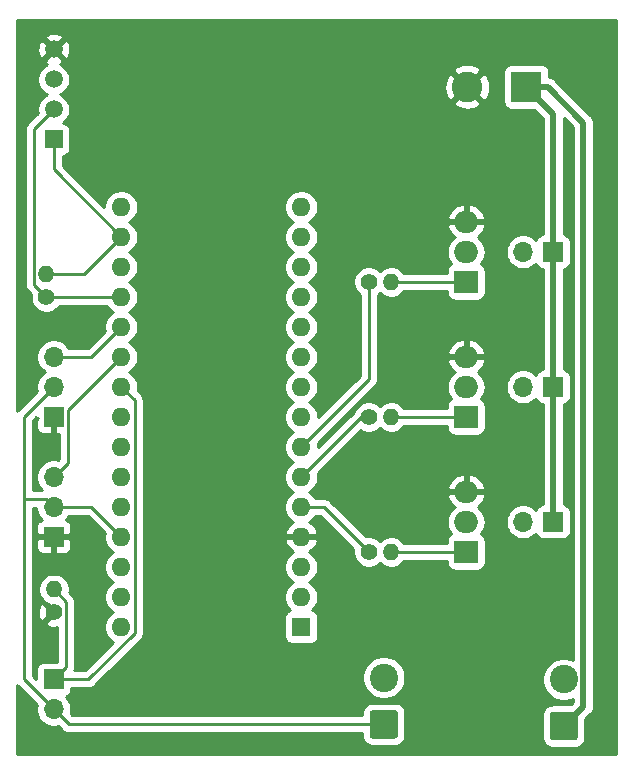
<source format=gtl>
%TF.GenerationSoftware,KiCad,Pcbnew,5.1.9+dfsg1-1+b1*%
%TF.CreationDate,2021-12-16T19:11:23+11:00*%
%TF.ProjectId,aquaponics-1,61717561-706f-46e6-9963-732d312e6b69,rev?*%
%TF.SameCoordinates,Original*%
%TF.FileFunction,Copper,L1,Top*%
%TF.FilePolarity,Positive*%
%FSLAX46Y46*%
G04 Gerber Fmt 4.6, Leading zero omitted, Abs format (unit mm)*
G04 Created by KiCad (PCBNEW 5.1.9+dfsg1-1+b1) date 2021-12-16 19:11:23*
%MOMM*%
%LPD*%
G01*
G04 APERTURE LIST*
%TA.AperFunction,ComponentPad*%
%ADD10R,1.700000X1.700000*%
%TD*%
%TA.AperFunction,ComponentPad*%
%ADD11O,1.700000X1.700000*%
%TD*%
%TA.AperFunction,ComponentPad*%
%ADD12O,1.400000X1.400000*%
%TD*%
%TA.AperFunction,ComponentPad*%
%ADD13C,1.400000*%
%TD*%
%TA.AperFunction,ComponentPad*%
%ADD14R,2.600000X2.600000*%
%TD*%
%TA.AperFunction,ComponentPad*%
%ADD15C,2.600000*%
%TD*%
%TA.AperFunction,ComponentPad*%
%ADD16O,1.600000X1.600000*%
%TD*%
%TA.AperFunction,ComponentPad*%
%ADD17R,1.600000X1.600000*%
%TD*%
%TA.AperFunction,ComponentPad*%
%ADD18C,1.500000*%
%TD*%
%TA.AperFunction,ComponentPad*%
%ADD19R,1.500000X1.500000*%
%TD*%
%TA.AperFunction,ComponentPad*%
%ADD20C,2.400000*%
%TD*%
%TA.AperFunction,ComponentPad*%
%ADD21O,2.000000X1.905000*%
%TD*%
%TA.AperFunction,ComponentPad*%
%ADD22R,2.000000X1.905000*%
%TD*%
%TA.AperFunction,Conductor*%
%ADD23C,0.500000*%
%TD*%
%TA.AperFunction,Conductor*%
%ADD24C,0.250000*%
%TD*%
%TA.AperFunction,Conductor*%
%ADD25C,0.254000*%
%TD*%
%TA.AperFunction,Conductor*%
%ADD26C,0.100000*%
%TD*%
G04 APERTURE END LIST*
D10*
%TO.P,J4,1*%
%TO.N,GND*%
X22225000Y-48260000D03*
D11*
%TO.P,J4,2*%
%TO.N,+5V*%
X22225000Y-45720000D03*
%TO.P,J4,3*%
%TO.N,Net-(J4-Pad3)*%
X22225000Y-43180000D03*
%TD*%
%TO.P,J3,3*%
%TO.N,Net-(J3-Pad3)*%
X22225000Y-53340000D03*
%TO.P,J3,2*%
%TO.N,+5V*%
X22225000Y-55880000D03*
D10*
%TO.P,J3,1*%
%TO.N,GND*%
X22225000Y-58420000D03*
%TD*%
D12*
%TO.P,R6,2*%
%TO.N,+3V3*%
X21590000Y-36200000D03*
D13*
%TO.P,R6,1*%
%TO.N,Net-(R6-Pad1)*%
X21590000Y-38100000D03*
%TD*%
D11*
%TO.P,R1,2*%
%TO.N,+5V*%
X22225000Y-73025000D03*
D10*
%TO.P,R1,1*%
%TO.N,Net-(R1-Pad1)*%
X22225000Y-70485000D03*
%TD*%
D11*
%TO.P,M3,2*%
%TO.N,Net-(M3-Pad2)*%
X61960000Y-45720000D03*
D10*
%TO.P,M3,1*%
%TO.N,Net-(J2-Pad1)*%
X64500000Y-45720000D03*
%TD*%
D11*
%TO.P,M2,2*%
%TO.N,Net-(M2-Pad2)*%
X61960000Y-34290000D03*
D10*
%TO.P,M2,1*%
%TO.N,Net-(J2-Pad1)*%
X64500000Y-34290000D03*
%TD*%
D11*
%TO.P,M1,2*%
%TO.N,Net-(M1-Pad2)*%
X61960000Y-57150000D03*
D10*
%TO.P,M1,1*%
%TO.N,Net-(J2-Pad1)*%
X64500000Y-57150000D03*
%TD*%
D14*
%TO.P,J2,1*%
%TO.N,Net-(J2-Pad1)*%
X62230000Y-20320000D03*
D15*
%TO.P,J2,2*%
%TO.N,GND*%
X57230000Y-20320000D03*
%TD*%
D16*
%TO.P,U1,16*%
%TO.N,Net-(U1-Pad16)*%
X27940000Y-30480000D03*
%TO.P,U1,15*%
%TO.N,Net-(U1-Pad15)*%
X43180000Y-30480000D03*
%TO.P,U1,30*%
%TO.N,Net-(U1-Pad30)*%
X27940000Y-66040000D03*
%TO.P,U1,14*%
%TO.N,Net-(U1-Pad14)*%
X43180000Y-33020000D03*
%TO.P,U1,29*%
%TO.N,Net-(U1-Pad29)*%
X27940000Y-63500000D03*
%TO.P,U1,13*%
%TO.N,Net-(U1-Pad13)*%
X43180000Y-35560000D03*
%TO.P,U1,28*%
%TO.N,Net-(U1-Pad28)*%
X27940000Y-60960000D03*
%TO.P,U1,12*%
%TO.N,Net-(U1-Pad12)*%
X43180000Y-38100000D03*
%TO.P,U1,27*%
%TO.N,+5V*%
X27940000Y-58420000D03*
%TO.P,U1,11*%
%TO.N,Net-(U1-Pad11)*%
X43180000Y-40640000D03*
%TO.P,U1,26*%
%TO.N,Net-(U1-Pad26)*%
X27940000Y-55880000D03*
%TO.P,U1,10*%
%TO.N,Net-(U1-Pad10)*%
X43180000Y-43180000D03*
%TO.P,U1,25*%
%TO.N,Net-(U1-Pad25)*%
X27940000Y-53340000D03*
%TO.P,U1,9*%
%TO.N,Net-(U1-Pad9)*%
X43180000Y-45720000D03*
%TO.P,U1,24*%
%TO.N,Net-(U1-Pad24)*%
X27940000Y-50800000D03*
%TO.P,U1,8*%
%TO.N,Net-(U1-Pad8)*%
X43180000Y-48260000D03*
%TO.P,U1,23*%
%TO.N,Net-(U1-Pad23)*%
X27940000Y-48260000D03*
%TO.P,U1,7*%
%TO.N,Net-(R2-Pad1)*%
X43180000Y-50800000D03*
%TO.P,U1,22*%
%TO.N,Net-(R1-Pad1)*%
X27940000Y-45720000D03*
%TO.P,U1,6*%
%TO.N,Net-(R5-Pad1)*%
X43180000Y-53340000D03*
%TO.P,U1,21*%
%TO.N,Net-(J3-Pad3)*%
X27940000Y-43180000D03*
%TO.P,U1,5*%
%TO.N,Net-(R4-Pad1)*%
X43180000Y-55880000D03*
%TO.P,U1,20*%
%TO.N,Net-(J4-Pad3)*%
X27940000Y-40640000D03*
%TO.P,U1,4*%
%TO.N,GND*%
X43180000Y-58420000D03*
%TO.P,U1,19*%
%TO.N,Net-(R6-Pad1)*%
X27940000Y-38100000D03*
%TO.P,U1,3*%
%TO.N,Net-(U1-Pad3)*%
X43180000Y-60960000D03*
%TO.P,U1,18*%
%TO.N,Net-(U1-Pad18)*%
X27940000Y-35560000D03*
%TO.P,U1,2*%
%TO.N,Net-(U1-Pad2)*%
X43180000Y-63500000D03*
%TO.P,U1,17*%
%TO.N,+3V3*%
X27940000Y-33020000D03*
D17*
%TO.P,U1,1*%
%TO.N,Net-(U1-Pad1)*%
X43180000Y-66040000D03*
%TD*%
D18*
%TO.P,U2,4*%
%TO.N,GND*%
X22225000Y-17145000D03*
%TO.P,U2,3*%
%TO.N,Net-(U2-Pad3)*%
X22225000Y-19685000D03*
%TO.P,U2,2*%
%TO.N,Net-(R6-Pad1)*%
X22225000Y-22225000D03*
D19*
%TO.P,U2,1*%
%TO.N,+3V3*%
X22225000Y-24765000D03*
%TD*%
D20*
%TO.P,J5,2*%
%TO.N,Net-(J5-Pad2)*%
X65405000Y-70485000D03*
%TO.P,J5,1*%
%TO.N,Net-(J2-Pad1)*%
%TA.AperFunction,ComponentPad*%
G36*
G01*
X66355000Y-75645000D02*
X64455000Y-75645000D01*
G75*
G02*
X64205000Y-75395000I0J250000D01*
G01*
X64205000Y-73495000D01*
G75*
G02*
X64455000Y-73245000I250000J0D01*
G01*
X66355000Y-73245000D01*
G75*
G02*
X66605000Y-73495000I0J-250000D01*
G01*
X66605000Y-75395000D01*
G75*
G02*
X66355000Y-75645000I-250000J0D01*
G01*
G37*
%TD.AperFunction*%
%TD*%
D21*
%TO.P,Q3,3*%
%TO.N,GND*%
X57150000Y-43180000D03*
%TO.P,Q3,2*%
%TO.N,Net-(M3-Pad2)*%
X57150000Y-45720000D03*
D22*
%TO.P,Q3,1*%
%TO.N,Net-(Q3-Pad1)*%
X57150000Y-48260000D03*
%TD*%
D21*
%TO.P,Q1,3*%
%TO.N,GND*%
X57150000Y-54610000D03*
%TO.P,Q1,2*%
%TO.N,Net-(M1-Pad2)*%
X57150000Y-57150000D03*
D22*
%TO.P,Q1,1*%
%TO.N,Net-(Q1-Pad1)*%
X57150000Y-59690000D03*
%TD*%
D21*
%TO.P,Q2,3*%
%TO.N,GND*%
X57150000Y-31750000D03*
%TO.P,Q2,2*%
%TO.N,Net-(M2-Pad2)*%
X57150000Y-34290000D03*
D22*
%TO.P,Q2,1*%
%TO.N,Net-(Q2-Pad1)*%
X57150000Y-36830000D03*
%TD*%
D20*
%TO.P,J1,2*%
%TO.N,Net-(J1-Pad2)*%
X50165000Y-70335000D03*
%TO.P,J1,1*%
%TO.N,+5V*%
%TA.AperFunction,ComponentPad*%
G36*
G01*
X51115000Y-75495000D02*
X49215000Y-75495000D01*
G75*
G02*
X48965000Y-75245000I0J250000D01*
G01*
X48965000Y-73345000D01*
G75*
G02*
X49215000Y-73095000I250000J0D01*
G01*
X51115000Y-73095000D01*
G75*
G02*
X51365000Y-73345000I0J-250000D01*
G01*
X51365000Y-75245000D01*
G75*
G02*
X51115000Y-75495000I-250000J0D01*
G01*
G37*
%TD.AperFunction*%
%TD*%
D12*
%TO.P,R2,2*%
%TO.N,Net-(Q2-Pad1)*%
X50795000Y-36830000D03*
D13*
%TO.P,R2,1*%
%TO.N,Net-(R2-Pad1)*%
X48895000Y-36830000D03*
%TD*%
D12*
%TO.P,R3,2*%
%TO.N,Net-(R1-Pad1)*%
X22225000Y-62870000D03*
D13*
%TO.P,R3,1*%
%TO.N,GND*%
X22225000Y-64770000D03*
%TD*%
D12*
%TO.P,R4,2*%
%TO.N,Net-(Q1-Pad1)*%
X50795000Y-59690000D03*
D13*
%TO.P,R4,1*%
%TO.N,Net-(R4-Pad1)*%
X48895000Y-59690000D03*
%TD*%
D12*
%TO.P,R5,2*%
%TO.N,Net-(Q3-Pad1)*%
X50795000Y-48260000D03*
D13*
%TO.P,R5,1*%
%TO.N,Net-(R5-Pad1)*%
X48895000Y-48260000D03*
%TD*%
D23*
%TO.N,Net-(J2-Pad1)*%
X67055001Y-72794999D02*
X65405000Y-74445000D01*
X67055001Y-23345001D02*
X67055001Y-72794999D01*
X64030000Y-20320000D02*
X67055001Y-23345001D01*
X62230000Y-20320000D02*
X64030000Y-20320000D01*
X64500000Y-22590000D02*
X64500000Y-34290000D01*
X62230000Y-20320000D02*
X64500000Y-22590000D01*
X64500000Y-34290000D02*
X64500000Y-45720000D01*
X64500000Y-45720000D02*
X64500000Y-57150000D01*
D24*
%TO.N,Net-(J3-Pad3)*%
X23400001Y-52164999D02*
X23400001Y-47719999D01*
X23400001Y-47719999D02*
X27940000Y-43180000D01*
X22225000Y-53340000D02*
X23400001Y-52164999D01*
%TO.N,Net-(Q1-Pad1)*%
X50795000Y-59690000D02*
X57150000Y-59690000D01*
%TO.N,Net-(Q2-Pad1)*%
X50795000Y-36830000D02*
X57150000Y-36830000D01*
%TO.N,Net-(Q3-Pad1)*%
X50795000Y-48260000D02*
X57150000Y-48260000D01*
%TO.N,Net-(R1-Pad1)*%
X29065001Y-46845001D02*
X27940000Y-45720000D01*
X29065001Y-66580001D02*
X29065001Y-46845001D01*
X25160002Y-70485000D02*
X29065001Y-66580001D01*
X22225000Y-70485000D02*
X25160002Y-70485000D01*
X23250001Y-63895001D02*
X22225000Y-62870000D01*
X23250001Y-69459999D02*
X23250001Y-63895001D01*
X22225000Y-70485000D02*
X23250001Y-69459999D01*
%TO.N,Net-(R2-Pad1)*%
X48895000Y-45085000D02*
X48895000Y-36830000D01*
X43180000Y-50800000D02*
X48895000Y-45085000D01*
%TO.N,Net-(R4-Pad1)*%
X45085000Y-55880000D02*
X48895000Y-59690000D01*
X43180000Y-55880000D02*
X45085000Y-55880000D01*
%TO.N,Net-(R5-Pad1)*%
X48260000Y-48260000D02*
X48895000Y-48260000D01*
X43180000Y-53340000D02*
X48260000Y-48260000D01*
%TO.N,Net-(J4-Pad3)*%
X25400000Y-43180000D02*
X27940000Y-40640000D01*
X22225000Y-43180000D02*
X25400000Y-43180000D01*
%TO.N,Net-(R6-Pad1)*%
X20564999Y-37074999D02*
X21590000Y-38100000D01*
X20564999Y-23885001D02*
X20564999Y-37074999D01*
X22225000Y-22225000D02*
X20564999Y-23885001D01*
X21590000Y-38100000D02*
X27940000Y-38100000D01*
%TO.N,+3V3*%
X22225000Y-27305000D02*
X27940000Y-33020000D01*
X22225000Y-24765000D02*
X22225000Y-27305000D01*
X24760000Y-36200000D02*
X27940000Y-33020000D01*
X21590000Y-36200000D02*
X24760000Y-36200000D01*
%TO.N,+5V*%
X50165000Y-74295000D02*
X49714990Y-73844990D01*
X25400000Y-55880000D02*
X27940000Y-58420000D01*
X22225000Y-55880000D02*
X25400000Y-55880000D01*
X21590000Y-55245000D02*
X22225000Y-55880000D01*
X19685000Y-48260000D02*
X19685000Y-55245000D01*
X19685000Y-55245000D02*
X21590000Y-55245000D01*
X22225000Y-45720000D02*
X19685000Y-48260000D01*
X23495000Y-74295000D02*
X22225000Y-73025000D01*
X50165000Y-74295000D02*
X23495000Y-74295000D01*
X19685000Y-70485000D02*
X19685000Y-55245000D01*
X22225000Y-73025000D02*
X19685000Y-70485000D01*
%TD*%
D25*
%TO.N,GND*%
X69825001Y-76810000D02*
X19075000Y-76810000D01*
X19075000Y-70939707D01*
X19089871Y-70957826D01*
X19144999Y-71025001D01*
X19174003Y-71048804D01*
X20783790Y-72658593D01*
X20740000Y-72878740D01*
X20740000Y-73171260D01*
X20797068Y-73458158D01*
X20909010Y-73728411D01*
X21071525Y-73971632D01*
X21278368Y-74178475D01*
X21521589Y-74340990D01*
X21791842Y-74452932D01*
X22078740Y-74510000D01*
X22371260Y-74510000D01*
X22591408Y-74466210D01*
X22931201Y-74806003D01*
X22954999Y-74835001D01*
X23070724Y-74929974D01*
X23202753Y-75000546D01*
X23346014Y-75044003D01*
X23457667Y-75055000D01*
X23457676Y-75055000D01*
X23494999Y-75058676D01*
X23532322Y-75055000D01*
X48326928Y-75055000D01*
X48326928Y-75245000D01*
X48343992Y-75418254D01*
X48394528Y-75584850D01*
X48476595Y-75738386D01*
X48587038Y-75872962D01*
X48721614Y-75983405D01*
X48875150Y-76065472D01*
X49041746Y-76116008D01*
X49215000Y-76133072D01*
X51115000Y-76133072D01*
X51288254Y-76116008D01*
X51454850Y-76065472D01*
X51608386Y-75983405D01*
X51742962Y-75872962D01*
X51853405Y-75738386D01*
X51935472Y-75584850D01*
X51986008Y-75418254D01*
X52003072Y-75245000D01*
X52003072Y-73345000D01*
X51986008Y-73171746D01*
X51935472Y-73005150D01*
X51853405Y-72851614D01*
X51742962Y-72717038D01*
X51608386Y-72606595D01*
X51454850Y-72524528D01*
X51288254Y-72473992D01*
X51115000Y-72456928D01*
X49215000Y-72456928D01*
X49041746Y-72473992D01*
X48875150Y-72524528D01*
X48721614Y-72606595D01*
X48587038Y-72717038D01*
X48476595Y-72851614D01*
X48394528Y-73005150D01*
X48343992Y-73171746D01*
X48326928Y-73345000D01*
X48326928Y-73535000D01*
X23809802Y-73535000D01*
X23666210Y-73391408D01*
X23710000Y-73171260D01*
X23710000Y-72878740D01*
X23652932Y-72591842D01*
X23540990Y-72321589D01*
X23378475Y-72078368D01*
X23246620Y-71946513D01*
X23319180Y-71924502D01*
X23429494Y-71865537D01*
X23526185Y-71786185D01*
X23605537Y-71689494D01*
X23664502Y-71579180D01*
X23700812Y-71459482D01*
X23713072Y-71335000D01*
X23713072Y-71245000D01*
X25122680Y-71245000D01*
X25160002Y-71248676D01*
X25197324Y-71245000D01*
X25197335Y-71245000D01*
X25308988Y-71234003D01*
X25452249Y-71190546D01*
X25584278Y-71119974D01*
X25700003Y-71025001D01*
X25723806Y-70995997D01*
X26565535Y-70154268D01*
X48330000Y-70154268D01*
X48330000Y-70515732D01*
X48400518Y-70870250D01*
X48538844Y-71204199D01*
X48739662Y-71504744D01*
X48995256Y-71760338D01*
X49295801Y-71961156D01*
X49629750Y-72099482D01*
X49984268Y-72170000D01*
X50345732Y-72170000D01*
X50700250Y-72099482D01*
X51034199Y-71961156D01*
X51334744Y-71760338D01*
X51590338Y-71504744D01*
X51791156Y-71204199D01*
X51929482Y-70870250D01*
X52000000Y-70515732D01*
X52000000Y-70154268D01*
X51929482Y-69799750D01*
X51791156Y-69465801D01*
X51590338Y-69165256D01*
X51334744Y-68909662D01*
X51034199Y-68708844D01*
X50700250Y-68570518D01*
X50345732Y-68500000D01*
X49984268Y-68500000D01*
X49629750Y-68570518D01*
X49295801Y-68708844D01*
X48995256Y-68909662D01*
X48739662Y-69165256D01*
X48538844Y-69465801D01*
X48400518Y-69799750D01*
X48330000Y-70154268D01*
X26565535Y-70154268D01*
X29576005Y-67143799D01*
X29605002Y-67120002D01*
X29699975Y-67004277D01*
X29770547Y-66872248D01*
X29814004Y-66728987D01*
X29825001Y-66617334D01*
X29825001Y-66617333D01*
X29828678Y-66580001D01*
X29825001Y-66542668D01*
X29825001Y-65240000D01*
X41741928Y-65240000D01*
X41741928Y-66840000D01*
X41754188Y-66964482D01*
X41790498Y-67084180D01*
X41849463Y-67194494D01*
X41928815Y-67291185D01*
X42025506Y-67370537D01*
X42135820Y-67429502D01*
X42255518Y-67465812D01*
X42380000Y-67478072D01*
X43980000Y-67478072D01*
X44104482Y-67465812D01*
X44224180Y-67429502D01*
X44334494Y-67370537D01*
X44431185Y-67291185D01*
X44510537Y-67194494D01*
X44569502Y-67084180D01*
X44605812Y-66964482D01*
X44618072Y-66840000D01*
X44618072Y-65240000D01*
X44605812Y-65115518D01*
X44569502Y-64995820D01*
X44510537Y-64885506D01*
X44431185Y-64788815D01*
X44334494Y-64709463D01*
X44224180Y-64650498D01*
X44104482Y-64614188D01*
X44096039Y-64613357D01*
X44294637Y-64414759D01*
X44451680Y-64179727D01*
X44559853Y-63918574D01*
X44615000Y-63641335D01*
X44615000Y-63358665D01*
X44559853Y-63081426D01*
X44451680Y-62820273D01*
X44294637Y-62585241D01*
X44094759Y-62385363D01*
X43862241Y-62230000D01*
X44094759Y-62074637D01*
X44294637Y-61874759D01*
X44451680Y-61639727D01*
X44559853Y-61378574D01*
X44615000Y-61101335D01*
X44615000Y-60818665D01*
X44559853Y-60541426D01*
X44451680Y-60280273D01*
X44294637Y-60045241D01*
X44094759Y-59845363D01*
X43859727Y-59688320D01*
X43849135Y-59683933D01*
X44035131Y-59572385D01*
X44243519Y-59383414D01*
X44411037Y-59157420D01*
X44531246Y-58903087D01*
X44571904Y-58769039D01*
X44449915Y-58547000D01*
X43307000Y-58547000D01*
X43307000Y-58567000D01*
X43053000Y-58567000D01*
X43053000Y-58547000D01*
X41910085Y-58547000D01*
X41788096Y-58769039D01*
X41828754Y-58903087D01*
X41948963Y-59157420D01*
X42116481Y-59383414D01*
X42324869Y-59572385D01*
X42510865Y-59683933D01*
X42500273Y-59688320D01*
X42265241Y-59845363D01*
X42065363Y-60045241D01*
X41908320Y-60280273D01*
X41800147Y-60541426D01*
X41745000Y-60818665D01*
X41745000Y-61101335D01*
X41800147Y-61378574D01*
X41908320Y-61639727D01*
X42065363Y-61874759D01*
X42265241Y-62074637D01*
X42497759Y-62230000D01*
X42265241Y-62385363D01*
X42065363Y-62585241D01*
X41908320Y-62820273D01*
X41800147Y-63081426D01*
X41745000Y-63358665D01*
X41745000Y-63641335D01*
X41800147Y-63918574D01*
X41908320Y-64179727D01*
X42065363Y-64414759D01*
X42263961Y-64613357D01*
X42255518Y-64614188D01*
X42135820Y-64650498D01*
X42025506Y-64709463D01*
X41928815Y-64788815D01*
X41849463Y-64885506D01*
X41790498Y-64995820D01*
X41754188Y-65115518D01*
X41741928Y-65240000D01*
X29825001Y-65240000D01*
X29825001Y-46882326D01*
X29828677Y-46845001D01*
X29825001Y-46807676D01*
X29825001Y-46807668D01*
X29814004Y-46696015D01*
X29770547Y-46552754D01*
X29699975Y-46420725D01*
X29605002Y-46305000D01*
X29576004Y-46281202D01*
X29338688Y-46043886D01*
X29375000Y-45861335D01*
X29375000Y-45578665D01*
X29319853Y-45301426D01*
X29211680Y-45040273D01*
X29054637Y-44805241D01*
X28854759Y-44605363D01*
X28622241Y-44450000D01*
X28854759Y-44294637D01*
X29054637Y-44094759D01*
X29211680Y-43859727D01*
X29319853Y-43598574D01*
X29375000Y-43321335D01*
X29375000Y-43038665D01*
X29319853Y-42761426D01*
X29211680Y-42500273D01*
X29054637Y-42265241D01*
X28854759Y-42065363D01*
X28622241Y-41910000D01*
X28854759Y-41754637D01*
X29054637Y-41554759D01*
X29211680Y-41319727D01*
X29319853Y-41058574D01*
X29375000Y-40781335D01*
X29375000Y-40498665D01*
X29319853Y-40221426D01*
X29211680Y-39960273D01*
X29054637Y-39725241D01*
X28854759Y-39525363D01*
X28622241Y-39370000D01*
X28854759Y-39214637D01*
X29054637Y-39014759D01*
X29211680Y-38779727D01*
X29319853Y-38518574D01*
X29375000Y-38241335D01*
X29375000Y-37958665D01*
X29319853Y-37681426D01*
X29211680Y-37420273D01*
X29054637Y-37185241D01*
X28854759Y-36985363D01*
X28622241Y-36830000D01*
X28854759Y-36674637D01*
X29054637Y-36474759D01*
X29211680Y-36239727D01*
X29319853Y-35978574D01*
X29375000Y-35701335D01*
X29375000Y-35418665D01*
X29319853Y-35141426D01*
X29211680Y-34880273D01*
X29054637Y-34645241D01*
X28854759Y-34445363D01*
X28622241Y-34290000D01*
X28854759Y-34134637D01*
X29054637Y-33934759D01*
X29211680Y-33699727D01*
X29319853Y-33438574D01*
X29375000Y-33161335D01*
X29375000Y-32878665D01*
X29319853Y-32601426D01*
X29211680Y-32340273D01*
X29054637Y-32105241D01*
X28854759Y-31905363D01*
X28622241Y-31750000D01*
X28854759Y-31594637D01*
X29054637Y-31394759D01*
X29211680Y-31159727D01*
X29319853Y-30898574D01*
X29375000Y-30621335D01*
X29375000Y-30338665D01*
X41745000Y-30338665D01*
X41745000Y-30621335D01*
X41800147Y-30898574D01*
X41908320Y-31159727D01*
X42065363Y-31394759D01*
X42265241Y-31594637D01*
X42497759Y-31750000D01*
X42265241Y-31905363D01*
X42065363Y-32105241D01*
X41908320Y-32340273D01*
X41800147Y-32601426D01*
X41745000Y-32878665D01*
X41745000Y-33161335D01*
X41800147Y-33438574D01*
X41908320Y-33699727D01*
X42065363Y-33934759D01*
X42265241Y-34134637D01*
X42497759Y-34290000D01*
X42265241Y-34445363D01*
X42065363Y-34645241D01*
X41908320Y-34880273D01*
X41800147Y-35141426D01*
X41745000Y-35418665D01*
X41745000Y-35701335D01*
X41800147Y-35978574D01*
X41908320Y-36239727D01*
X42065363Y-36474759D01*
X42265241Y-36674637D01*
X42497759Y-36830000D01*
X42265241Y-36985363D01*
X42065363Y-37185241D01*
X41908320Y-37420273D01*
X41800147Y-37681426D01*
X41745000Y-37958665D01*
X41745000Y-38241335D01*
X41800147Y-38518574D01*
X41908320Y-38779727D01*
X42065363Y-39014759D01*
X42265241Y-39214637D01*
X42497759Y-39370000D01*
X42265241Y-39525363D01*
X42065363Y-39725241D01*
X41908320Y-39960273D01*
X41800147Y-40221426D01*
X41745000Y-40498665D01*
X41745000Y-40781335D01*
X41800147Y-41058574D01*
X41908320Y-41319727D01*
X42065363Y-41554759D01*
X42265241Y-41754637D01*
X42497759Y-41910000D01*
X42265241Y-42065363D01*
X42065363Y-42265241D01*
X41908320Y-42500273D01*
X41800147Y-42761426D01*
X41745000Y-43038665D01*
X41745000Y-43321335D01*
X41800147Y-43598574D01*
X41908320Y-43859727D01*
X42065363Y-44094759D01*
X42265241Y-44294637D01*
X42497759Y-44450000D01*
X42265241Y-44605363D01*
X42065363Y-44805241D01*
X41908320Y-45040273D01*
X41800147Y-45301426D01*
X41745000Y-45578665D01*
X41745000Y-45861335D01*
X41800147Y-46138574D01*
X41908320Y-46399727D01*
X42065363Y-46634759D01*
X42265241Y-46834637D01*
X42497759Y-46990000D01*
X42265241Y-47145363D01*
X42065363Y-47345241D01*
X41908320Y-47580273D01*
X41800147Y-47841426D01*
X41745000Y-48118665D01*
X41745000Y-48401335D01*
X41800147Y-48678574D01*
X41908320Y-48939727D01*
X42065363Y-49174759D01*
X42265241Y-49374637D01*
X42497759Y-49530000D01*
X42265241Y-49685363D01*
X42065363Y-49885241D01*
X41908320Y-50120273D01*
X41800147Y-50381426D01*
X41745000Y-50658665D01*
X41745000Y-50941335D01*
X41800147Y-51218574D01*
X41908320Y-51479727D01*
X42065363Y-51714759D01*
X42265241Y-51914637D01*
X42497759Y-52070000D01*
X42265241Y-52225363D01*
X42065363Y-52425241D01*
X41908320Y-52660273D01*
X41800147Y-52921426D01*
X41745000Y-53198665D01*
X41745000Y-53481335D01*
X41800147Y-53758574D01*
X41908320Y-54019727D01*
X42065363Y-54254759D01*
X42265241Y-54454637D01*
X42497759Y-54610000D01*
X42265241Y-54765363D01*
X42065363Y-54965241D01*
X41908320Y-55200273D01*
X41800147Y-55461426D01*
X41745000Y-55738665D01*
X41745000Y-56021335D01*
X41800147Y-56298574D01*
X41908320Y-56559727D01*
X42065363Y-56794759D01*
X42265241Y-56994637D01*
X42500273Y-57151680D01*
X42510865Y-57156067D01*
X42324869Y-57267615D01*
X42116481Y-57456586D01*
X41948963Y-57682580D01*
X41828754Y-57936913D01*
X41788096Y-58070961D01*
X41910085Y-58293000D01*
X43053000Y-58293000D01*
X43053000Y-58273000D01*
X43307000Y-58273000D01*
X43307000Y-58293000D01*
X44449915Y-58293000D01*
X44571904Y-58070961D01*
X44531246Y-57936913D01*
X44411037Y-57682580D01*
X44243519Y-57456586D01*
X44035131Y-57267615D01*
X43849135Y-57156067D01*
X43859727Y-57151680D01*
X44094759Y-56994637D01*
X44294637Y-56794759D01*
X44398043Y-56640000D01*
X44770199Y-56640000D01*
X47581355Y-59451157D01*
X47560000Y-59558514D01*
X47560000Y-59821486D01*
X47611304Y-60079405D01*
X47711939Y-60322359D01*
X47858038Y-60541013D01*
X48043987Y-60726962D01*
X48262641Y-60873061D01*
X48505595Y-60973696D01*
X48763514Y-61025000D01*
X49026486Y-61025000D01*
X49284405Y-60973696D01*
X49527359Y-60873061D01*
X49746013Y-60726962D01*
X49845000Y-60627975D01*
X49943987Y-60726962D01*
X50162641Y-60873061D01*
X50405595Y-60973696D01*
X50663514Y-61025000D01*
X50926486Y-61025000D01*
X51184405Y-60973696D01*
X51427359Y-60873061D01*
X51646013Y-60726962D01*
X51831962Y-60541013D01*
X51892775Y-60450000D01*
X55511928Y-60450000D01*
X55511928Y-60642500D01*
X55524188Y-60766982D01*
X55560498Y-60886680D01*
X55619463Y-60996994D01*
X55698815Y-61093685D01*
X55795506Y-61173037D01*
X55905820Y-61232002D01*
X56025518Y-61268312D01*
X56150000Y-61280572D01*
X58150000Y-61280572D01*
X58274482Y-61268312D01*
X58394180Y-61232002D01*
X58504494Y-61173037D01*
X58601185Y-61093685D01*
X58680537Y-60996994D01*
X58739502Y-60886680D01*
X58775812Y-60766982D01*
X58788072Y-60642500D01*
X58788072Y-58737500D01*
X58775812Y-58613018D01*
X58739502Y-58493320D01*
X58680537Y-58383006D01*
X58601185Y-58286315D01*
X58504494Y-58206963D01*
X58420554Y-58162095D01*
X58523845Y-58036235D01*
X58671255Y-57760449D01*
X58762030Y-57461204D01*
X58792681Y-57150000D01*
X58762030Y-56838796D01*
X58671255Y-56539551D01*
X58523845Y-56263765D01*
X58325463Y-56022037D01*
X58146101Y-55874837D01*
X58331315Y-55719437D01*
X58525969Y-55476923D01*
X58669571Y-55201094D01*
X58740563Y-54982980D01*
X58620594Y-54737000D01*
X57277000Y-54737000D01*
X57277000Y-54757000D01*
X57023000Y-54757000D01*
X57023000Y-54737000D01*
X55679406Y-54737000D01*
X55559437Y-54982980D01*
X55630429Y-55201094D01*
X55774031Y-55476923D01*
X55968685Y-55719437D01*
X56153899Y-55874837D01*
X55974537Y-56022037D01*
X55776155Y-56263765D01*
X55628745Y-56539551D01*
X55537970Y-56838796D01*
X55507319Y-57150000D01*
X55537970Y-57461204D01*
X55628745Y-57760449D01*
X55776155Y-58036235D01*
X55879446Y-58162095D01*
X55795506Y-58206963D01*
X55698815Y-58286315D01*
X55619463Y-58383006D01*
X55560498Y-58493320D01*
X55524188Y-58613018D01*
X55511928Y-58737500D01*
X55511928Y-58930000D01*
X51892775Y-58930000D01*
X51831962Y-58838987D01*
X51646013Y-58653038D01*
X51427359Y-58506939D01*
X51184405Y-58406304D01*
X50926486Y-58355000D01*
X50663514Y-58355000D01*
X50405595Y-58406304D01*
X50162641Y-58506939D01*
X49943987Y-58653038D01*
X49845000Y-58752025D01*
X49746013Y-58653038D01*
X49527359Y-58506939D01*
X49284405Y-58406304D01*
X49026486Y-58355000D01*
X48763514Y-58355000D01*
X48656157Y-58376355D01*
X45648804Y-55369003D01*
X45625001Y-55339999D01*
X45509276Y-55245026D01*
X45377247Y-55174454D01*
X45233986Y-55130997D01*
X45122333Y-55120000D01*
X45122322Y-55120000D01*
X45085000Y-55116324D01*
X45047678Y-55120000D01*
X44398043Y-55120000D01*
X44294637Y-54965241D01*
X44094759Y-54765363D01*
X43862241Y-54610000D01*
X44094759Y-54454637D01*
X44294637Y-54254759D01*
X44306489Y-54237020D01*
X55559437Y-54237020D01*
X55679406Y-54483000D01*
X57023000Y-54483000D01*
X57023000Y-53184430D01*
X57277000Y-53184430D01*
X57277000Y-54483000D01*
X58620594Y-54483000D01*
X58740563Y-54237020D01*
X58669571Y-54018906D01*
X58525969Y-53743077D01*
X58331315Y-53500563D01*
X58093089Y-53300684D01*
X57820446Y-53151121D01*
X57523863Y-53057622D01*
X57277000Y-53184430D01*
X57023000Y-53184430D01*
X56776137Y-53057622D01*
X56479554Y-53151121D01*
X56206911Y-53300684D01*
X55968685Y-53500563D01*
X55774031Y-53743077D01*
X55630429Y-54018906D01*
X55559437Y-54237020D01*
X44306489Y-54237020D01*
X44451680Y-54019727D01*
X44559853Y-53758574D01*
X44615000Y-53481335D01*
X44615000Y-53198665D01*
X44578688Y-53016113D01*
X48196161Y-49398641D01*
X48262641Y-49443061D01*
X48505595Y-49543696D01*
X48763514Y-49595000D01*
X49026486Y-49595000D01*
X49284405Y-49543696D01*
X49527359Y-49443061D01*
X49746013Y-49296962D01*
X49845000Y-49197975D01*
X49943987Y-49296962D01*
X50162641Y-49443061D01*
X50405595Y-49543696D01*
X50663514Y-49595000D01*
X50926486Y-49595000D01*
X51184405Y-49543696D01*
X51427359Y-49443061D01*
X51646013Y-49296962D01*
X51831962Y-49111013D01*
X51892775Y-49020000D01*
X55511928Y-49020000D01*
X55511928Y-49212500D01*
X55524188Y-49336982D01*
X55560498Y-49456680D01*
X55619463Y-49566994D01*
X55698815Y-49663685D01*
X55795506Y-49743037D01*
X55905820Y-49802002D01*
X56025518Y-49838312D01*
X56150000Y-49850572D01*
X58150000Y-49850572D01*
X58274482Y-49838312D01*
X58394180Y-49802002D01*
X58504494Y-49743037D01*
X58601185Y-49663685D01*
X58680537Y-49566994D01*
X58739502Y-49456680D01*
X58775812Y-49336982D01*
X58788072Y-49212500D01*
X58788072Y-47307500D01*
X58775812Y-47183018D01*
X58739502Y-47063320D01*
X58680537Y-46953006D01*
X58601185Y-46856315D01*
X58504494Y-46776963D01*
X58420554Y-46732095D01*
X58523845Y-46606235D01*
X58671255Y-46330449D01*
X58762030Y-46031204D01*
X58792681Y-45720000D01*
X58762030Y-45408796D01*
X58671255Y-45109551D01*
X58523845Y-44833765D01*
X58325463Y-44592037D01*
X58146101Y-44444837D01*
X58331315Y-44289437D01*
X58525969Y-44046923D01*
X58669571Y-43771094D01*
X58740563Y-43552980D01*
X58620594Y-43307000D01*
X57277000Y-43307000D01*
X57277000Y-43327000D01*
X57023000Y-43327000D01*
X57023000Y-43307000D01*
X55679406Y-43307000D01*
X55559437Y-43552980D01*
X55630429Y-43771094D01*
X55774031Y-44046923D01*
X55968685Y-44289437D01*
X56153899Y-44444837D01*
X55974537Y-44592037D01*
X55776155Y-44833765D01*
X55628745Y-45109551D01*
X55537970Y-45408796D01*
X55507319Y-45720000D01*
X55537970Y-46031204D01*
X55628745Y-46330449D01*
X55776155Y-46606235D01*
X55879446Y-46732095D01*
X55795506Y-46776963D01*
X55698815Y-46856315D01*
X55619463Y-46953006D01*
X55560498Y-47063320D01*
X55524188Y-47183018D01*
X55511928Y-47307500D01*
X55511928Y-47500000D01*
X51892775Y-47500000D01*
X51831962Y-47408987D01*
X51646013Y-47223038D01*
X51427359Y-47076939D01*
X51184405Y-46976304D01*
X50926486Y-46925000D01*
X50663514Y-46925000D01*
X50405595Y-46976304D01*
X50162641Y-47076939D01*
X49943987Y-47223038D01*
X49845000Y-47322025D01*
X49746013Y-47223038D01*
X49527359Y-47076939D01*
X49284405Y-46976304D01*
X49026486Y-46925000D01*
X48763514Y-46925000D01*
X48505595Y-46976304D01*
X48262641Y-47076939D01*
X48043987Y-47223038D01*
X47858038Y-47408987D01*
X47711939Y-47627641D01*
X47637256Y-47807942D01*
X44615000Y-50830199D01*
X44615000Y-50658665D01*
X44578688Y-50476113D01*
X49406004Y-45648798D01*
X49435001Y-45625001D01*
X49529974Y-45509276D01*
X49600546Y-45377247D01*
X49644003Y-45233986D01*
X49655000Y-45122333D01*
X49655000Y-45122332D01*
X49658677Y-45085000D01*
X49655000Y-45047667D01*
X49655000Y-42807020D01*
X55559437Y-42807020D01*
X55679406Y-43053000D01*
X57023000Y-43053000D01*
X57023000Y-41754430D01*
X57277000Y-41754430D01*
X57277000Y-43053000D01*
X58620594Y-43053000D01*
X58740563Y-42807020D01*
X58669571Y-42588906D01*
X58525969Y-42313077D01*
X58331315Y-42070563D01*
X58093089Y-41870684D01*
X57820446Y-41721121D01*
X57523863Y-41627622D01*
X57277000Y-41754430D01*
X57023000Y-41754430D01*
X56776137Y-41627622D01*
X56479554Y-41721121D01*
X56206911Y-41870684D01*
X55968685Y-42070563D01*
X55774031Y-42313077D01*
X55630429Y-42588906D01*
X55559437Y-42807020D01*
X49655000Y-42807020D01*
X49655000Y-37927775D01*
X49746013Y-37866962D01*
X49845000Y-37767975D01*
X49943987Y-37866962D01*
X50162641Y-38013061D01*
X50405595Y-38113696D01*
X50663514Y-38165000D01*
X50926486Y-38165000D01*
X51184405Y-38113696D01*
X51427359Y-38013061D01*
X51646013Y-37866962D01*
X51831962Y-37681013D01*
X51892775Y-37590000D01*
X55511928Y-37590000D01*
X55511928Y-37782500D01*
X55524188Y-37906982D01*
X55560498Y-38026680D01*
X55619463Y-38136994D01*
X55698815Y-38233685D01*
X55795506Y-38313037D01*
X55905820Y-38372002D01*
X56025518Y-38408312D01*
X56150000Y-38420572D01*
X58150000Y-38420572D01*
X58274482Y-38408312D01*
X58394180Y-38372002D01*
X58504494Y-38313037D01*
X58601185Y-38233685D01*
X58680537Y-38136994D01*
X58739502Y-38026680D01*
X58775812Y-37906982D01*
X58788072Y-37782500D01*
X58788072Y-35877500D01*
X58775812Y-35753018D01*
X58739502Y-35633320D01*
X58680537Y-35523006D01*
X58601185Y-35426315D01*
X58504494Y-35346963D01*
X58420554Y-35302095D01*
X58523845Y-35176235D01*
X58671255Y-34900449D01*
X58762030Y-34601204D01*
X58792681Y-34290000D01*
X58762030Y-33978796D01*
X58671255Y-33679551D01*
X58523845Y-33403765D01*
X58325463Y-33162037D01*
X58146101Y-33014837D01*
X58331315Y-32859437D01*
X58525969Y-32616923D01*
X58669571Y-32341094D01*
X58740563Y-32122980D01*
X58620594Y-31877000D01*
X57277000Y-31877000D01*
X57277000Y-31897000D01*
X57023000Y-31897000D01*
X57023000Y-31877000D01*
X55679406Y-31877000D01*
X55559437Y-32122980D01*
X55630429Y-32341094D01*
X55774031Y-32616923D01*
X55968685Y-32859437D01*
X56153899Y-33014837D01*
X55974537Y-33162037D01*
X55776155Y-33403765D01*
X55628745Y-33679551D01*
X55537970Y-33978796D01*
X55507319Y-34290000D01*
X55537970Y-34601204D01*
X55628745Y-34900449D01*
X55776155Y-35176235D01*
X55879446Y-35302095D01*
X55795506Y-35346963D01*
X55698815Y-35426315D01*
X55619463Y-35523006D01*
X55560498Y-35633320D01*
X55524188Y-35753018D01*
X55511928Y-35877500D01*
X55511928Y-36070000D01*
X51892775Y-36070000D01*
X51831962Y-35978987D01*
X51646013Y-35793038D01*
X51427359Y-35646939D01*
X51184405Y-35546304D01*
X50926486Y-35495000D01*
X50663514Y-35495000D01*
X50405595Y-35546304D01*
X50162641Y-35646939D01*
X49943987Y-35793038D01*
X49845000Y-35892025D01*
X49746013Y-35793038D01*
X49527359Y-35646939D01*
X49284405Y-35546304D01*
X49026486Y-35495000D01*
X48763514Y-35495000D01*
X48505595Y-35546304D01*
X48262641Y-35646939D01*
X48043987Y-35793038D01*
X47858038Y-35978987D01*
X47711939Y-36197641D01*
X47611304Y-36440595D01*
X47560000Y-36698514D01*
X47560000Y-36961486D01*
X47611304Y-37219405D01*
X47711939Y-37462359D01*
X47858038Y-37681013D01*
X48043987Y-37866962D01*
X48135001Y-37927775D01*
X48135000Y-44770198D01*
X44615000Y-48290199D01*
X44615000Y-48118665D01*
X44559853Y-47841426D01*
X44451680Y-47580273D01*
X44294637Y-47345241D01*
X44094759Y-47145363D01*
X43862241Y-46990000D01*
X44094759Y-46834637D01*
X44294637Y-46634759D01*
X44451680Y-46399727D01*
X44559853Y-46138574D01*
X44615000Y-45861335D01*
X44615000Y-45578665D01*
X44559853Y-45301426D01*
X44451680Y-45040273D01*
X44294637Y-44805241D01*
X44094759Y-44605363D01*
X43862241Y-44450000D01*
X44094759Y-44294637D01*
X44294637Y-44094759D01*
X44451680Y-43859727D01*
X44559853Y-43598574D01*
X44615000Y-43321335D01*
X44615000Y-43038665D01*
X44559853Y-42761426D01*
X44451680Y-42500273D01*
X44294637Y-42265241D01*
X44094759Y-42065363D01*
X43862241Y-41910000D01*
X44094759Y-41754637D01*
X44294637Y-41554759D01*
X44451680Y-41319727D01*
X44559853Y-41058574D01*
X44615000Y-40781335D01*
X44615000Y-40498665D01*
X44559853Y-40221426D01*
X44451680Y-39960273D01*
X44294637Y-39725241D01*
X44094759Y-39525363D01*
X43862241Y-39370000D01*
X44094759Y-39214637D01*
X44294637Y-39014759D01*
X44451680Y-38779727D01*
X44559853Y-38518574D01*
X44615000Y-38241335D01*
X44615000Y-37958665D01*
X44559853Y-37681426D01*
X44451680Y-37420273D01*
X44294637Y-37185241D01*
X44094759Y-36985363D01*
X43862241Y-36830000D01*
X44094759Y-36674637D01*
X44294637Y-36474759D01*
X44451680Y-36239727D01*
X44559853Y-35978574D01*
X44615000Y-35701335D01*
X44615000Y-35418665D01*
X44559853Y-35141426D01*
X44451680Y-34880273D01*
X44294637Y-34645241D01*
X44094759Y-34445363D01*
X43862241Y-34290000D01*
X44094759Y-34134637D01*
X44294637Y-33934759D01*
X44451680Y-33699727D01*
X44559853Y-33438574D01*
X44615000Y-33161335D01*
X44615000Y-32878665D01*
X44559853Y-32601426D01*
X44451680Y-32340273D01*
X44294637Y-32105241D01*
X44094759Y-31905363D01*
X43862241Y-31750000D01*
X44094759Y-31594637D01*
X44294637Y-31394759D01*
X44306489Y-31377020D01*
X55559437Y-31377020D01*
X55679406Y-31623000D01*
X57023000Y-31623000D01*
X57023000Y-30324430D01*
X57277000Y-30324430D01*
X57277000Y-31623000D01*
X58620594Y-31623000D01*
X58740563Y-31377020D01*
X58669571Y-31158906D01*
X58525969Y-30883077D01*
X58331315Y-30640563D01*
X58093089Y-30440684D01*
X57820446Y-30291121D01*
X57523863Y-30197622D01*
X57277000Y-30324430D01*
X57023000Y-30324430D01*
X56776137Y-30197622D01*
X56479554Y-30291121D01*
X56206911Y-30440684D01*
X55968685Y-30640563D01*
X55774031Y-30883077D01*
X55630429Y-31158906D01*
X55559437Y-31377020D01*
X44306489Y-31377020D01*
X44451680Y-31159727D01*
X44559853Y-30898574D01*
X44615000Y-30621335D01*
X44615000Y-30338665D01*
X44559853Y-30061426D01*
X44451680Y-29800273D01*
X44294637Y-29565241D01*
X44094759Y-29365363D01*
X43859727Y-29208320D01*
X43598574Y-29100147D01*
X43321335Y-29045000D01*
X43038665Y-29045000D01*
X42761426Y-29100147D01*
X42500273Y-29208320D01*
X42265241Y-29365363D01*
X42065363Y-29565241D01*
X41908320Y-29800273D01*
X41800147Y-30061426D01*
X41745000Y-30338665D01*
X29375000Y-30338665D01*
X29319853Y-30061426D01*
X29211680Y-29800273D01*
X29054637Y-29565241D01*
X28854759Y-29365363D01*
X28619727Y-29208320D01*
X28358574Y-29100147D01*
X28081335Y-29045000D01*
X27798665Y-29045000D01*
X27521426Y-29100147D01*
X27260273Y-29208320D01*
X27025241Y-29365363D01*
X26825363Y-29565241D01*
X26668320Y-29800273D01*
X26560147Y-30061426D01*
X26505000Y-30338665D01*
X26505000Y-30510198D01*
X22985000Y-26990199D01*
X22985000Y-26152087D01*
X23099482Y-26140812D01*
X23219180Y-26104502D01*
X23329494Y-26045537D01*
X23426185Y-25966185D01*
X23505537Y-25869494D01*
X23564502Y-25759180D01*
X23600812Y-25639482D01*
X23613072Y-25515000D01*
X23613072Y-24015000D01*
X23600812Y-23890518D01*
X23564502Y-23770820D01*
X23505537Y-23660506D01*
X23426185Y-23563815D01*
X23329494Y-23484463D01*
X23219180Y-23425498D01*
X23099482Y-23389188D01*
X22991517Y-23378555D01*
X23107886Y-23300799D01*
X23300799Y-23107886D01*
X23452371Y-22881043D01*
X23556775Y-22628989D01*
X23610000Y-22361411D01*
X23610000Y-22088589D01*
X23556775Y-21821011D01*
X23493903Y-21669224D01*
X56060381Y-21669224D01*
X56192317Y-21964312D01*
X56533045Y-22135159D01*
X56900557Y-22236250D01*
X57280729Y-22263701D01*
X57658951Y-22216457D01*
X58020690Y-22096333D01*
X58267683Y-21964312D01*
X58399619Y-21669224D01*
X57230000Y-20499605D01*
X56060381Y-21669224D01*
X23493903Y-21669224D01*
X23452371Y-21568957D01*
X23300799Y-21342114D01*
X23107886Y-21149201D01*
X22881043Y-20997629D01*
X22778127Y-20955000D01*
X22881043Y-20912371D01*
X23107886Y-20760799D01*
X23300799Y-20567886D01*
X23432535Y-20370729D01*
X55286299Y-20370729D01*
X55333543Y-20748951D01*
X55453667Y-21110690D01*
X55585688Y-21357683D01*
X55880776Y-21489619D01*
X57050395Y-20320000D01*
X57409605Y-20320000D01*
X58579224Y-21489619D01*
X58874312Y-21357683D01*
X59045159Y-21016955D01*
X59146250Y-20649443D01*
X59173701Y-20269271D01*
X59126457Y-19891049D01*
X59006333Y-19529310D01*
X58874312Y-19282317D01*
X58579224Y-19150381D01*
X57409605Y-20320000D01*
X57050395Y-20320000D01*
X55880776Y-19150381D01*
X55585688Y-19282317D01*
X55414841Y-19623045D01*
X55313750Y-19990557D01*
X55286299Y-20370729D01*
X23432535Y-20370729D01*
X23452371Y-20341043D01*
X23556775Y-20088989D01*
X23610000Y-19821411D01*
X23610000Y-19548589D01*
X23556775Y-19281011D01*
X23452371Y-19028957D01*
X23413496Y-18970776D01*
X56060381Y-18970776D01*
X57230000Y-20140395D01*
X58350395Y-19020000D01*
X60291928Y-19020000D01*
X60291928Y-21620000D01*
X60304188Y-21744482D01*
X60340498Y-21864180D01*
X60399463Y-21974494D01*
X60478815Y-22071185D01*
X60575506Y-22150537D01*
X60685820Y-22209502D01*
X60805518Y-22245812D01*
X60930000Y-22258072D01*
X62916493Y-22258072D01*
X63615000Y-22956579D01*
X63615001Y-32805375D01*
X63525518Y-32814188D01*
X63405820Y-32850498D01*
X63295506Y-32909463D01*
X63198815Y-32988815D01*
X63119463Y-33085506D01*
X63060498Y-33195820D01*
X63038487Y-33268380D01*
X62906632Y-33136525D01*
X62663411Y-32974010D01*
X62393158Y-32862068D01*
X62106260Y-32805000D01*
X61813740Y-32805000D01*
X61526842Y-32862068D01*
X61256589Y-32974010D01*
X61013368Y-33136525D01*
X60806525Y-33343368D01*
X60644010Y-33586589D01*
X60532068Y-33856842D01*
X60475000Y-34143740D01*
X60475000Y-34436260D01*
X60532068Y-34723158D01*
X60644010Y-34993411D01*
X60806525Y-35236632D01*
X61013368Y-35443475D01*
X61256589Y-35605990D01*
X61526842Y-35717932D01*
X61813740Y-35775000D01*
X62106260Y-35775000D01*
X62393158Y-35717932D01*
X62663411Y-35605990D01*
X62906632Y-35443475D01*
X63038487Y-35311620D01*
X63060498Y-35384180D01*
X63119463Y-35494494D01*
X63198815Y-35591185D01*
X63295506Y-35670537D01*
X63405820Y-35729502D01*
X63525518Y-35765812D01*
X63615000Y-35774625D01*
X63615001Y-44235375D01*
X63525518Y-44244188D01*
X63405820Y-44280498D01*
X63295506Y-44339463D01*
X63198815Y-44418815D01*
X63119463Y-44515506D01*
X63060498Y-44625820D01*
X63038487Y-44698380D01*
X62906632Y-44566525D01*
X62663411Y-44404010D01*
X62393158Y-44292068D01*
X62106260Y-44235000D01*
X61813740Y-44235000D01*
X61526842Y-44292068D01*
X61256589Y-44404010D01*
X61013368Y-44566525D01*
X60806525Y-44773368D01*
X60644010Y-45016589D01*
X60532068Y-45286842D01*
X60475000Y-45573740D01*
X60475000Y-45866260D01*
X60532068Y-46153158D01*
X60644010Y-46423411D01*
X60806525Y-46666632D01*
X61013368Y-46873475D01*
X61256589Y-47035990D01*
X61526842Y-47147932D01*
X61813740Y-47205000D01*
X62106260Y-47205000D01*
X62393158Y-47147932D01*
X62663411Y-47035990D01*
X62906632Y-46873475D01*
X63038487Y-46741620D01*
X63060498Y-46814180D01*
X63119463Y-46924494D01*
X63198815Y-47021185D01*
X63295506Y-47100537D01*
X63405820Y-47159502D01*
X63525518Y-47195812D01*
X63615000Y-47204625D01*
X63615001Y-55665375D01*
X63525518Y-55674188D01*
X63405820Y-55710498D01*
X63295506Y-55769463D01*
X63198815Y-55848815D01*
X63119463Y-55945506D01*
X63060498Y-56055820D01*
X63038487Y-56128380D01*
X62906632Y-55996525D01*
X62663411Y-55834010D01*
X62393158Y-55722068D01*
X62106260Y-55665000D01*
X61813740Y-55665000D01*
X61526842Y-55722068D01*
X61256589Y-55834010D01*
X61013368Y-55996525D01*
X60806525Y-56203368D01*
X60644010Y-56446589D01*
X60532068Y-56716842D01*
X60475000Y-57003740D01*
X60475000Y-57296260D01*
X60532068Y-57583158D01*
X60644010Y-57853411D01*
X60806525Y-58096632D01*
X61013368Y-58303475D01*
X61256589Y-58465990D01*
X61526842Y-58577932D01*
X61813740Y-58635000D01*
X62106260Y-58635000D01*
X62393158Y-58577932D01*
X62663411Y-58465990D01*
X62906632Y-58303475D01*
X63038487Y-58171620D01*
X63060498Y-58244180D01*
X63119463Y-58354494D01*
X63198815Y-58451185D01*
X63295506Y-58530537D01*
X63405820Y-58589502D01*
X63525518Y-58625812D01*
X63650000Y-58638072D01*
X65350000Y-58638072D01*
X65474482Y-58625812D01*
X65594180Y-58589502D01*
X65704494Y-58530537D01*
X65801185Y-58451185D01*
X65880537Y-58354494D01*
X65939502Y-58244180D01*
X65975812Y-58124482D01*
X65988072Y-58000000D01*
X65988072Y-56300000D01*
X65975812Y-56175518D01*
X65939502Y-56055820D01*
X65880537Y-55945506D01*
X65801185Y-55848815D01*
X65704494Y-55769463D01*
X65594180Y-55710498D01*
X65474482Y-55674188D01*
X65385000Y-55665375D01*
X65385000Y-47204625D01*
X65474482Y-47195812D01*
X65594180Y-47159502D01*
X65704494Y-47100537D01*
X65801185Y-47021185D01*
X65880537Y-46924494D01*
X65939502Y-46814180D01*
X65975812Y-46694482D01*
X65988072Y-46570000D01*
X65988072Y-44870000D01*
X65975812Y-44745518D01*
X65939502Y-44625820D01*
X65880537Y-44515506D01*
X65801185Y-44418815D01*
X65704494Y-44339463D01*
X65594180Y-44280498D01*
X65474482Y-44244188D01*
X65385000Y-44235375D01*
X65385000Y-35774625D01*
X65474482Y-35765812D01*
X65594180Y-35729502D01*
X65704494Y-35670537D01*
X65801185Y-35591185D01*
X65880537Y-35494494D01*
X65939502Y-35384180D01*
X65975812Y-35264482D01*
X65988072Y-35140000D01*
X65988072Y-33440000D01*
X65975812Y-33315518D01*
X65939502Y-33195820D01*
X65880537Y-33085506D01*
X65801185Y-32988815D01*
X65704494Y-32909463D01*
X65594180Y-32850498D01*
X65474482Y-32814188D01*
X65385000Y-32805375D01*
X65385000Y-22926579D01*
X66170001Y-23711580D01*
X66170002Y-68815684D01*
X65940250Y-68720518D01*
X65585732Y-68650000D01*
X65224268Y-68650000D01*
X64869750Y-68720518D01*
X64535801Y-68858844D01*
X64235256Y-69059662D01*
X63979662Y-69315256D01*
X63778844Y-69615801D01*
X63640518Y-69949750D01*
X63570000Y-70304268D01*
X63570000Y-70665732D01*
X63640518Y-71020250D01*
X63778844Y-71354199D01*
X63979662Y-71654744D01*
X64235256Y-71910338D01*
X64535801Y-72111156D01*
X64869750Y-72249482D01*
X65224268Y-72320000D01*
X65585732Y-72320000D01*
X65940250Y-72249482D01*
X66170002Y-72154316D01*
X66170002Y-72428419D01*
X65991493Y-72606928D01*
X64455000Y-72606928D01*
X64281746Y-72623992D01*
X64115150Y-72674528D01*
X63961614Y-72756595D01*
X63827038Y-72867038D01*
X63716595Y-73001614D01*
X63634528Y-73155150D01*
X63583992Y-73321746D01*
X63566928Y-73495000D01*
X63566928Y-75395000D01*
X63583992Y-75568254D01*
X63634528Y-75734850D01*
X63716595Y-75888386D01*
X63827038Y-76022962D01*
X63961614Y-76133405D01*
X64115150Y-76215472D01*
X64281746Y-76266008D01*
X64455000Y-76283072D01*
X66355000Y-76283072D01*
X66528254Y-76266008D01*
X66694850Y-76215472D01*
X66848386Y-76133405D01*
X66982962Y-76022962D01*
X67093405Y-75888386D01*
X67175472Y-75734850D01*
X67226008Y-75568254D01*
X67243072Y-75395000D01*
X67243072Y-73858507D01*
X67650050Y-73451529D01*
X67683818Y-73423816D01*
X67767586Y-73321746D01*
X67794412Y-73289058D01*
X67855919Y-73173985D01*
X67876590Y-73135312D01*
X67927196Y-72968489D01*
X67940001Y-72838476D01*
X67940001Y-72838468D01*
X67944282Y-72794999D01*
X67940001Y-72751530D01*
X67940001Y-23388466D01*
X67944282Y-23345000D01*
X67940001Y-23301534D01*
X67940001Y-23301524D01*
X67927196Y-23171511D01*
X67876590Y-23004688D01*
X67794412Y-22850942D01*
X67770211Y-22821453D01*
X67711533Y-22749954D01*
X67711531Y-22749952D01*
X67683818Y-22716184D01*
X67650051Y-22688472D01*
X64686534Y-19724956D01*
X64658817Y-19691183D01*
X64524059Y-19580589D01*
X64370313Y-19498411D01*
X64203490Y-19447805D01*
X64168072Y-19444317D01*
X64168072Y-19020000D01*
X64155812Y-18895518D01*
X64119502Y-18775820D01*
X64060537Y-18665506D01*
X63981185Y-18568815D01*
X63884494Y-18489463D01*
X63774180Y-18430498D01*
X63654482Y-18394188D01*
X63530000Y-18381928D01*
X60930000Y-18381928D01*
X60805518Y-18394188D01*
X60685820Y-18430498D01*
X60575506Y-18489463D01*
X60478815Y-18568815D01*
X60399463Y-18665506D01*
X60340498Y-18775820D01*
X60304188Y-18895518D01*
X60291928Y-19020000D01*
X58350395Y-19020000D01*
X58399619Y-18970776D01*
X58267683Y-18675688D01*
X57926955Y-18504841D01*
X57559443Y-18403750D01*
X57179271Y-18376299D01*
X56801049Y-18423543D01*
X56439310Y-18543667D01*
X56192317Y-18675688D01*
X56060381Y-18970776D01*
X23413496Y-18970776D01*
X23300799Y-18802114D01*
X23107886Y-18609201D01*
X22881043Y-18457629D01*
X22781721Y-18416489D01*
X22823832Y-18401277D01*
X22936863Y-18340860D01*
X23002388Y-18101993D01*
X22225000Y-17324605D01*
X21447612Y-18101993D01*
X21513137Y-18340860D01*
X21671477Y-18415164D01*
X21568957Y-18457629D01*
X21342114Y-18609201D01*
X21149201Y-18802114D01*
X20997629Y-19028957D01*
X20893225Y-19281011D01*
X20840000Y-19548589D01*
X20840000Y-19821411D01*
X20893225Y-20088989D01*
X20997629Y-20341043D01*
X21149201Y-20567886D01*
X21342114Y-20760799D01*
X21568957Y-20912371D01*
X21671873Y-20955000D01*
X21568957Y-20997629D01*
X21342114Y-21149201D01*
X21149201Y-21342114D01*
X20997629Y-21568957D01*
X20893225Y-21821011D01*
X20840000Y-22088589D01*
X20840000Y-22361411D01*
X20868833Y-22506365D01*
X20054002Y-23321197D01*
X20024998Y-23345000D01*
X19970351Y-23411588D01*
X19930025Y-23460725D01*
X19920107Y-23479281D01*
X19859453Y-23592755D01*
X19815996Y-23736016D01*
X19804999Y-23847669D01*
X19804999Y-23847679D01*
X19801323Y-23885001D01*
X19804999Y-23922323D01*
X19805000Y-37037667D01*
X19801323Y-37074999D01*
X19805000Y-37112332D01*
X19815997Y-37223985D01*
X19823581Y-37248987D01*
X19859453Y-37367245D01*
X19930025Y-37499275D01*
X19995457Y-37579003D01*
X20024999Y-37615000D01*
X20053997Y-37638798D01*
X20276355Y-37861156D01*
X20255000Y-37968514D01*
X20255000Y-38231486D01*
X20306304Y-38489405D01*
X20406939Y-38732359D01*
X20553038Y-38951013D01*
X20738987Y-39136962D01*
X20957641Y-39283061D01*
X21200595Y-39383696D01*
X21458514Y-39435000D01*
X21721486Y-39435000D01*
X21979405Y-39383696D01*
X22222359Y-39283061D01*
X22441013Y-39136962D01*
X22626962Y-38951013D01*
X22687775Y-38860000D01*
X26721957Y-38860000D01*
X26825363Y-39014759D01*
X27025241Y-39214637D01*
X27257759Y-39370000D01*
X27025241Y-39525363D01*
X26825363Y-39725241D01*
X26668320Y-39960273D01*
X26560147Y-40221426D01*
X26505000Y-40498665D01*
X26505000Y-40781335D01*
X26541312Y-40963886D01*
X25085199Y-42420000D01*
X23503178Y-42420000D01*
X23378475Y-42233368D01*
X23171632Y-42026525D01*
X22928411Y-41864010D01*
X22658158Y-41752068D01*
X22371260Y-41695000D01*
X22078740Y-41695000D01*
X21791842Y-41752068D01*
X21521589Y-41864010D01*
X21278368Y-42026525D01*
X21071525Y-42233368D01*
X20909010Y-42476589D01*
X20797068Y-42746842D01*
X20740000Y-43033740D01*
X20740000Y-43326260D01*
X20797068Y-43613158D01*
X20909010Y-43883411D01*
X21071525Y-44126632D01*
X21278368Y-44333475D01*
X21452760Y-44450000D01*
X21278368Y-44566525D01*
X21071525Y-44773368D01*
X20909010Y-45016589D01*
X20797068Y-45286842D01*
X20740000Y-45573740D01*
X20740000Y-45866260D01*
X20783790Y-46086407D01*
X19174003Y-47696196D01*
X19144999Y-47719999D01*
X19089871Y-47787174D01*
X19075000Y-47805293D01*
X19075000Y-17217492D01*
X20835188Y-17217492D01*
X20876035Y-17487238D01*
X20968723Y-17743832D01*
X21029140Y-17856863D01*
X21268007Y-17922388D01*
X22045395Y-17145000D01*
X22404605Y-17145000D01*
X23181993Y-17922388D01*
X23420860Y-17856863D01*
X23536760Y-17609884D01*
X23602250Y-17345040D01*
X23614812Y-17072508D01*
X23573965Y-16802762D01*
X23481277Y-16546168D01*
X23420860Y-16433137D01*
X23181993Y-16367612D01*
X22404605Y-17145000D01*
X22045395Y-17145000D01*
X21268007Y-16367612D01*
X21029140Y-16433137D01*
X20913240Y-16680116D01*
X20847750Y-16944960D01*
X20835188Y-17217492D01*
X19075000Y-17217492D01*
X19075000Y-16188007D01*
X21447612Y-16188007D01*
X22225000Y-16965395D01*
X23002388Y-16188007D01*
X22936863Y-15949140D01*
X22689884Y-15833240D01*
X22425040Y-15767750D01*
X22152508Y-15755188D01*
X21882762Y-15796035D01*
X21626168Y-15888723D01*
X21513137Y-15949140D01*
X21447612Y-16188007D01*
X19075000Y-16188007D01*
X19075000Y-14630000D01*
X69825000Y-14630000D01*
X69825001Y-76810000D01*
%TA.AperFunction,Conductor*%
D26*
G36*
X69825001Y-76810000D02*
G01*
X19075000Y-76810000D01*
X19075000Y-70939707D01*
X19089871Y-70957826D01*
X19144999Y-71025001D01*
X19174003Y-71048804D01*
X20783790Y-72658593D01*
X20740000Y-72878740D01*
X20740000Y-73171260D01*
X20797068Y-73458158D01*
X20909010Y-73728411D01*
X21071525Y-73971632D01*
X21278368Y-74178475D01*
X21521589Y-74340990D01*
X21791842Y-74452932D01*
X22078740Y-74510000D01*
X22371260Y-74510000D01*
X22591408Y-74466210D01*
X22931201Y-74806003D01*
X22954999Y-74835001D01*
X23070724Y-74929974D01*
X23202753Y-75000546D01*
X23346014Y-75044003D01*
X23457667Y-75055000D01*
X23457676Y-75055000D01*
X23494999Y-75058676D01*
X23532322Y-75055000D01*
X48326928Y-75055000D01*
X48326928Y-75245000D01*
X48343992Y-75418254D01*
X48394528Y-75584850D01*
X48476595Y-75738386D01*
X48587038Y-75872962D01*
X48721614Y-75983405D01*
X48875150Y-76065472D01*
X49041746Y-76116008D01*
X49215000Y-76133072D01*
X51115000Y-76133072D01*
X51288254Y-76116008D01*
X51454850Y-76065472D01*
X51608386Y-75983405D01*
X51742962Y-75872962D01*
X51853405Y-75738386D01*
X51935472Y-75584850D01*
X51986008Y-75418254D01*
X52003072Y-75245000D01*
X52003072Y-73345000D01*
X51986008Y-73171746D01*
X51935472Y-73005150D01*
X51853405Y-72851614D01*
X51742962Y-72717038D01*
X51608386Y-72606595D01*
X51454850Y-72524528D01*
X51288254Y-72473992D01*
X51115000Y-72456928D01*
X49215000Y-72456928D01*
X49041746Y-72473992D01*
X48875150Y-72524528D01*
X48721614Y-72606595D01*
X48587038Y-72717038D01*
X48476595Y-72851614D01*
X48394528Y-73005150D01*
X48343992Y-73171746D01*
X48326928Y-73345000D01*
X48326928Y-73535000D01*
X23809802Y-73535000D01*
X23666210Y-73391408D01*
X23710000Y-73171260D01*
X23710000Y-72878740D01*
X23652932Y-72591842D01*
X23540990Y-72321589D01*
X23378475Y-72078368D01*
X23246620Y-71946513D01*
X23319180Y-71924502D01*
X23429494Y-71865537D01*
X23526185Y-71786185D01*
X23605537Y-71689494D01*
X23664502Y-71579180D01*
X23700812Y-71459482D01*
X23713072Y-71335000D01*
X23713072Y-71245000D01*
X25122680Y-71245000D01*
X25160002Y-71248676D01*
X25197324Y-71245000D01*
X25197335Y-71245000D01*
X25308988Y-71234003D01*
X25452249Y-71190546D01*
X25584278Y-71119974D01*
X25700003Y-71025001D01*
X25723806Y-70995997D01*
X26565535Y-70154268D01*
X48330000Y-70154268D01*
X48330000Y-70515732D01*
X48400518Y-70870250D01*
X48538844Y-71204199D01*
X48739662Y-71504744D01*
X48995256Y-71760338D01*
X49295801Y-71961156D01*
X49629750Y-72099482D01*
X49984268Y-72170000D01*
X50345732Y-72170000D01*
X50700250Y-72099482D01*
X51034199Y-71961156D01*
X51334744Y-71760338D01*
X51590338Y-71504744D01*
X51791156Y-71204199D01*
X51929482Y-70870250D01*
X52000000Y-70515732D01*
X52000000Y-70154268D01*
X51929482Y-69799750D01*
X51791156Y-69465801D01*
X51590338Y-69165256D01*
X51334744Y-68909662D01*
X51034199Y-68708844D01*
X50700250Y-68570518D01*
X50345732Y-68500000D01*
X49984268Y-68500000D01*
X49629750Y-68570518D01*
X49295801Y-68708844D01*
X48995256Y-68909662D01*
X48739662Y-69165256D01*
X48538844Y-69465801D01*
X48400518Y-69799750D01*
X48330000Y-70154268D01*
X26565535Y-70154268D01*
X29576005Y-67143799D01*
X29605002Y-67120002D01*
X29699975Y-67004277D01*
X29770547Y-66872248D01*
X29814004Y-66728987D01*
X29825001Y-66617334D01*
X29825001Y-66617333D01*
X29828678Y-66580001D01*
X29825001Y-66542668D01*
X29825001Y-65240000D01*
X41741928Y-65240000D01*
X41741928Y-66840000D01*
X41754188Y-66964482D01*
X41790498Y-67084180D01*
X41849463Y-67194494D01*
X41928815Y-67291185D01*
X42025506Y-67370537D01*
X42135820Y-67429502D01*
X42255518Y-67465812D01*
X42380000Y-67478072D01*
X43980000Y-67478072D01*
X44104482Y-67465812D01*
X44224180Y-67429502D01*
X44334494Y-67370537D01*
X44431185Y-67291185D01*
X44510537Y-67194494D01*
X44569502Y-67084180D01*
X44605812Y-66964482D01*
X44618072Y-66840000D01*
X44618072Y-65240000D01*
X44605812Y-65115518D01*
X44569502Y-64995820D01*
X44510537Y-64885506D01*
X44431185Y-64788815D01*
X44334494Y-64709463D01*
X44224180Y-64650498D01*
X44104482Y-64614188D01*
X44096039Y-64613357D01*
X44294637Y-64414759D01*
X44451680Y-64179727D01*
X44559853Y-63918574D01*
X44615000Y-63641335D01*
X44615000Y-63358665D01*
X44559853Y-63081426D01*
X44451680Y-62820273D01*
X44294637Y-62585241D01*
X44094759Y-62385363D01*
X43862241Y-62230000D01*
X44094759Y-62074637D01*
X44294637Y-61874759D01*
X44451680Y-61639727D01*
X44559853Y-61378574D01*
X44615000Y-61101335D01*
X44615000Y-60818665D01*
X44559853Y-60541426D01*
X44451680Y-60280273D01*
X44294637Y-60045241D01*
X44094759Y-59845363D01*
X43859727Y-59688320D01*
X43849135Y-59683933D01*
X44035131Y-59572385D01*
X44243519Y-59383414D01*
X44411037Y-59157420D01*
X44531246Y-58903087D01*
X44571904Y-58769039D01*
X44449915Y-58547000D01*
X43307000Y-58547000D01*
X43307000Y-58567000D01*
X43053000Y-58567000D01*
X43053000Y-58547000D01*
X41910085Y-58547000D01*
X41788096Y-58769039D01*
X41828754Y-58903087D01*
X41948963Y-59157420D01*
X42116481Y-59383414D01*
X42324869Y-59572385D01*
X42510865Y-59683933D01*
X42500273Y-59688320D01*
X42265241Y-59845363D01*
X42065363Y-60045241D01*
X41908320Y-60280273D01*
X41800147Y-60541426D01*
X41745000Y-60818665D01*
X41745000Y-61101335D01*
X41800147Y-61378574D01*
X41908320Y-61639727D01*
X42065363Y-61874759D01*
X42265241Y-62074637D01*
X42497759Y-62230000D01*
X42265241Y-62385363D01*
X42065363Y-62585241D01*
X41908320Y-62820273D01*
X41800147Y-63081426D01*
X41745000Y-63358665D01*
X41745000Y-63641335D01*
X41800147Y-63918574D01*
X41908320Y-64179727D01*
X42065363Y-64414759D01*
X42263961Y-64613357D01*
X42255518Y-64614188D01*
X42135820Y-64650498D01*
X42025506Y-64709463D01*
X41928815Y-64788815D01*
X41849463Y-64885506D01*
X41790498Y-64995820D01*
X41754188Y-65115518D01*
X41741928Y-65240000D01*
X29825001Y-65240000D01*
X29825001Y-46882326D01*
X29828677Y-46845001D01*
X29825001Y-46807676D01*
X29825001Y-46807668D01*
X29814004Y-46696015D01*
X29770547Y-46552754D01*
X29699975Y-46420725D01*
X29605002Y-46305000D01*
X29576004Y-46281202D01*
X29338688Y-46043886D01*
X29375000Y-45861335D01*
X29375000Y-45578665D01*
X29319853Y-45301426D01*
X29211680Y-45040273D01*
X29054637Y-44805241D01*
X28854759Y-44605363D01*
X28622241Y-44450000D01*
X28854759Y-44294637D01*
X29054637Y-44094759D01*
X29211680Y-43859727D01*
X29319853Y-43598574D01*
X29375000Y-43321335D01*
X29375000Y-43038665D01*
X29319853Y-42761426D01*
X29211680Y-42500273D01*
X29054637Y-42265241D01*
X28854759Y-42065363D01*
X28622241Y-41910000D01*
X28854759Y-41754637D01*
X29054637Y-41554759D01*
X29211680Y-41319727D01*
X29319853Y-41058574D01*
X29375000Y-40781335D01*
X29375000Y-40498665D01*
X29319853Y-40221426D01*
X29211680Y-39960273D01*
X29054637Y-39725241D01*
X28854759Y-39525363D01*
X28622241Y-39370000D01*
X28854759Y-39214637D01*
X29054637Y-39014759D01*
X29211680Y-38779727D01*
X29319853Y-38518574D01*
X29375000Y-38241335D01*
X29375000Y-37958665D01*
X29319853Y-37681426D01*
X29211680Y-37420273D01*
X29054637Y-37185241D01*
X28854759Y-36985363D01*
X28622241Y-36830000D01*
X28854759Y-36674637D01*
X29054637Y-36474759D01*
X29211680Y-36239727D01*
X29319853Y-35978574D01*
X29375000Y-35701335D01*
X29375000Y-35418665D01*
X29319853Y-35141426D01*
X29211680Y-34880273D01*
X29054637Y-34645241D01*
X28854759Y-34445363D01*
X28622241Y-34290000D01*
X28854759Y-34134637D01*
X29054637Y-33934759D01*
X29211680Y-33699727D01*
X29319853Y-33438574D01*
X29375000Y-33161335D01*
X29375000Y-32878665D01*
X29319853Y-32601426D01*
X29211680Y-32340273D01*
X29054637Y-32105241D01*
X28854759Y-31905363D01*
X28622241Y-31750000D01*
X28854759Y-31594637D01*
X29054637Y-31394759D01*
X29211680Y-31159727D01*
X29319853Y-30898574D01*
X29375000Y-30621335D01*
X29375000Y-30338665D01*
X41745000Y-30338665D01*
X41745000Y-30621335D01*
X41800147Y-30898574D01*
X41908320Y-31159727D01*
X42065363Y-31394759D01*
X42265241Y-31594637D01*
X42497759Y-31750000D01*
X42265241Y-31905363D01*
X42065363Y-32105241D01*
X41908320Y-32340273D01*
X41800147Y-32601426D01*
X41745000Y-32878665D01*
X41745000Y-33161335D01*
X41800147Y-33438574D01*
X41908320Y-33699727D01*
X42065363Y-33934759D01*
X42265241Y-34134637D01*
X42497759Y-34290000D01*
X42265241Y-34445363D01*
X42065363Y-34645241D01*
X41908320Y-34880273D01*
X41800147Y-35141426D01*
X41745000Y-35418665D01*
X41745000Y-35701335D01*
X41800147Y-35978574D01*
X41908320Y-36239727D01*
X42065363Y-36474759D01*
X42265241Y-36674637D01*
X42497759Y-36830000D01*
X42265241Y-36985363D01*
X42065363Y-37185241D01*
X41908320Y-37420273D01*
X41800147Y-37681426D01*
X41745000Y-37958665D01*
X41745000Y-38241335D01*
X41800147Y-38518574D01*
X41908320Y-38779727D01*
X42065363Y-39014759D01*
X42265241Y-39214637D01*
X42497759Y-39370000D01*
X42265241Y-39525363D01*
X42065363Y-39725241D01*
X41908320Y-39960273D01*
X41800147Y-40221426D01*
X41745000Y-40498665D01*
X41745000Y-40781335D01*
X41800147Y-41058574D01*
X41908320Y-41319727D01*
X42065363Y-41554759D01*
X42265241Y-41754637D01*
X42497759Y-41910000D01*
X42265241Y-42065363D01*
X42065363Y-42265241D01*
X41908320Y-42500273D01*
X41800147Y-42761426D01*
X41745000Y-43038665D01*
X41745000Y-43321335D01*
X41800147Y-43598574D01*
X41908320Y-43859727D01*
X42065363Y-44094759D01*
X42265241Y-44294637D01*
X42497759Y-44450000D01*
X42265241Y-44605363D01*
X42065363Y-44805241D01*
X41908320Y-45040273D01*
X41800147Y-45301426D01*
X41745000Y-45578665D01*
X41745000Y-45861335D01*
X41800147Y-46138574D01*
X41908320Y-46399727D01*
X42065363Y-46634759D01*
X42265241Y-46834637D01*
X42497759Y-46990000D01*
X42265241Y-47145363D01*
X42065363Y-47345241D01*
X41908320Y-47580273D01*
X41800147Y-47841426D01*
X41745000Y-48118665D01*
X41745000Y-48401335D01*
X41800147Y-48678574D01*
X41908320Y-48939727D01*
X42065363Y-49174759D01*
X42265241Y-49374637D01*
X42497759Y-49530000D01*
X42265241Y-49685363D01*
X42065363Y-49885241D01*
X41908320Y-50120273D01*
X41800147Y-50381426D01*
X41745000Y-50658665D01*
X41745000Y-50941335D01*
X41800147Y-51218574D01*
X41908320Y-51479727D01*
X42065363Y-51714759D01*
X42265241Y-51914637D01*
X42497759Y-52070000D01*
X42265241Y-52225363D01*
X42065363Y-52425241D01*
X41908320Y-52660273D01*
X41800147Y-52921426D01*
X41745000Y-53198665D01*
X41745000Y-53481335D01*
X41800147Y-53758574D01*
X41908320Y-54019727D01*
X42065363Y-54254759D01*
X42265241Y-54454637D01*
X42497759Y-54610000D01*
X42265241Y-54765363D01*
X42065363Y-54965241D01*
X41908320Y-55200273D01*
X41800147Y-55461426D01*
X41745000Y-55738665D01*
X41745000Y-56021335D01*
X41800147Y-56298574D01*
X41908320Y-56559727D01*
X42065363Y-56794759D01*
X42265241Y-56994637D01*
X42500273Y-57151680D01*
X42510865Y-57156067D01*
X42324869Y-57267615D01*
X42116481Y-57456586D01*
X41948963Y-57682580D01*
X41828754Y-57936913D01*
X41788096Y-58070961D01*
X41910085Y-58293000D01*
X43053000Y-58293000D01*
X43053000Y-58273000D01*
X43307000Y-58273000D01*
X43307000Y-58293000D01*
X44449915Y-58293000D01*
X44571904Y-58070961D01*
X44531246Y-57936913D01*
X44411037Y-57682580D01*
X44243519Y-57456586D01*
X44035131Y-57267615D01*
X43849135Y-57156067D01*
X43859727Y-57151680D01*
X44094759Y-56994637D01*
X44294637Y-56794759D01*
X44398043Y-56640000D01*
X44770199Y-56640000D01*
X47581355Y-59451157D01*
X47560000Y-59558514D01*
X47560000Y-59821486D01*
X47611304Y-60079405D01*
X47711939Y-60322359D01*
X47858038Y-60541013D01*
X48043987Y-60726962D01*
X48262641Y-60873061D01*
X48505595Y-60973696D01*
X48763514Y-61025000D01*
X49026486Y-61025000D01*
X49284405Y-60973696D01*
X49527359Y-60873061D01*
X49746013Y-60726962D01*
X49845000Y-60627975D01*
X49943987Y-60726962D01*
X50162641Y-60873061D01*
X50405595Y-60973696D01*
X50663514Y-61025000D01*
X50926486Y-61025000D01*
X51184405Y-60973696D01*
X51427359Y-60873061D01*
X51646013Y-60726962D01*
X51831962Y-60541013D01*
X51892775Y-60450000D01*
X55511928Y-60450000D01*
X55511928Y-60642500D01*
X55524188Y-60766982D01*
X55560498Y-60886680D01*
X55619463Y-60996994D01*
X55698815Y-61093685D01*
X55795506Y-61173037D01*
X55905820Y-61232002D01*
X56025518Y-61268312D01*
X56150000Y-61280572D01*
X58150000Y-61280572D01*
X58274482Y-61268312D01*
X58394180Y-61232002D01*
X58504494Y-61173037D01*
X58601185Y-61093685D01*
X58680537Y-60996994D01*
X58739502Y-60886680D01*
X58775812Y-60766982D01*
X58788072Y-60642500D01*
X58788072Y-58737500D01*
X58775812Y-58613018D01*
X58739502Y-58493320D01*
X58680537Y-58383006D01*
X58601185Y-58286315D01*
X58504494Y-58206963D01*
X58420554Y-58162095D01*
X58523845Y-58036235D01*
X58671255Y-57760449D01*
X58762030Y-57461204D01*
X58792681Y-57150000D01*
X58762030Y-56838796D01*
X58671255Y-56539551D01*
X58523845Y-56263765D01*
X58325463Y-56022037D01*
X58146101Y-55874837D01*
X58331315Y-55719437D01*
X58525969Y-55476923D01*
X58669571Y-55201094D01*
X58740563Y-54982980D01*
X58620594Y-54737000D01*
X57277000Y-54737000D01*
X57277000Y-54757000D01*
X57023000Y-54757000D01*
X57023000Y-54737000D01*
X55679406Y-54737000D01*
X55559437Y-54982980D01*
X55630429Y-55201094D01*
X55774031Y-55476923D01*
X55968685Y-55719437D01*
X56153899Y-55874837D01*
X55974537Y-56022037D01*
X55776155Y-56263765D01*
X55628745Y-56539551D01*
X55537970Y-56838796D01*
X55507319Y-57150000D01*
X55537970Y-57461204D01*
X55628745Y-57760449D01*
X55776155Y-58036235D01*
X55879446Y-58162095D01*
X55795506Y-58206963D01*
X55698815Y-58286315D01*
X55619463Y-58383006D01*
X55560498Y-58493320D01*
X55524188Y-58613018D01*
X55511928Y-58737500D01*
X55511928Y-58930000D01*
X51892775Y-58930000D01*
X51831962Y-58838987D01*
X51646013Y-58653038D01*
X51427359Y-58506939D01*
X51184405Y-58406304D01*
X50926486Y-58355000D01*
X50663514Y-58355000D01*
X50405595Y-58406304D01*
X50162641Y-58506939D01*
X49943987Y-58653038D01*
X49845000Y-58752025D01*
X49746013Y-58653038D01*
X49527359Y-58506939D01*
X49284405Y-58406304D01*
X49026486Y-58355000D01*
X48763514Y-58355000D01*
X48656157Y-58376355D01*
X45648804Y-55369003D01*
X45625001Y-55339999D01*
X45509276Y-55245026D01*
X45377247Y-55174454D01*
X45233986Y-55130997D01*
X45122333Y-55120000D01*
X45122322Y-55120000D01*
X45085000Y-55116324D01*
X45047678Y-55120000D01*
X44398043Y-55120000D01*
X44294637Y-54965241D01*
X44094759Y-54765363D01*
X43862241Y-54610000D01*
X44094759Y-54454637D01*
X44294637Y-54254759D01*
X44306489Y-54237020D01*
X55559437Y-54237020D01*
X55679406Y-54483000D01*
X57023000Y-54483000D01*
X57023000Y-53184430D01*
X57277000Y-53184430D01*
X57277000Y-54483000D01*
X58620594Y-54483000D01*
X58740563Y-54237020D01*
X58669571Y-54018906D01*
X58525969Y-53743077D01*
X58331315Y-53500563D01*
X58093089Y-53300684D01*
X57820446Y-53151121D01*
X57523863Y-53057622D01*
X57277000Y-53184430D01*
X57023000Y-53184430D01*
X56776137Y-53057622D01*
X56479554Y-53151121D01*
X56206911Y-53300684D01*
X55968685Y-53500563D01*
X55774031Y-53743077D01*
X55630429Y-54018906D01*
X55559437Y-54237020D01*
X44306489Y-54237020D01*
X44451680Y-54019727D01*
X44559853Y-53758574D01*
X44615000Y-53481335D01*
X44615000Y-53198665D01*
X44578688Y-53016113D01*
X48196161Y-49398641D01*
X48262641Y-49443061D01*
X48505595Y-49543696D01*
X48763514Y-49595000D01*
X49026486Y-49595000D01*
X49284405Y-49543696D01*
X49527359Y-49443061D01*
X49746013Y-49296962D01*
X49845000Y-49197975D01*
X49943987Y-49296962D01*
X50162641Y-49443061D01*
X50405595Y-49543696D01*
X50663514Y-49595000D01*
X50926486Y-49595000D01*
X51184405Y-49543696D01*
X51427359Y-49443061D01*
X51646013Y-49296962D01*
X51831962Y-49111013D01*
X51892775Y-49020000D01*
X55511928Y-49020000D01*
X55511928Y-49212500D01*
X55524188Y-49336982D01*
X55560498Y-49456680D01*
X55619463Y-49566994D01*
X55698815Y-49663685D01*
X55795506Y-49743037D01*
X55905820Y-49802002D01*
X56025518Y-49838312D01*
X56150000Y-49850572D01*
X58150000Y-49850572D01*
X58274482Y-49838312D01*
X58394180Y-49802002D01*
X58504494Y-49743037D01*
X58601185Y-49663685D01*
X58680537Y-49566994D01*
X58739502Y-49456680D01*
X58775812Y-49336982D01*
X58788072Y-49212500D01*
X58788072Y-47307500D01*
X58775812Y-47183018D01*
X58739502Y-47063320D01*
X58680537Y-46953006D01*
X58601185Y-46856315D01*
X58504494Y-46776963D01*
X58420554Y-46732095D01*
X58523845Y-46606235D01*
X58671255Y-46330449D01*
X58762030Y-46031204D01*
X58792681Y-45720000D01*
X58762030Y-45408796D01*
X58671255Y-45109551D01*
X58523845Y-44833765D01*
X58325463Y-44592037D01*
X58146101Y-44444837D01*
X58331315Y-44289437D01*
X58525969Y-44046923D01*
X58669571Y-43771094D01*
X58740563Y-43552980D01*
X58620594Y-43307000D01*
X57277000Y-43307000D01*
X57277000Y-43327000D01*
X57023000Y-43327000D01*
X57023000Y-43307000D01*
X55679406Y-43307000D01*
X55559437Y-43552980D01*
X55630429Y-43771094D01*
X55774031Y-44046923D01*
X55968685Y-44289437D01*
X56153899Y-44444837D01*
X55974537Y-44592037D01*
X55776155Y-44833765D01*
X55628745Y-45109551D01*
X55537970Y-45408796D01*
X55507319Y-45720000D01*
X55537970Y-46031204D01*
X55628745Y-46330449D01*
X55776155Y-46606235D01*
X55879446Y-46732095D01*
X55795506Y-46776963D01*
X55698815Y-46856315D01*
X55619463Y-46953006D01*
X55560498Y-47063320D01*
X55524188Y-47183018D01*
X55511928Y-47307500D01*
X55511928Y-47500000D01*
X51892775Y-47500000D01*
X51831962Y-47408987D01*
X51646013Y-47223038D01*
X51427359Y-47076939D01*
X51184405Y-46976304D01*
X50926486Y-46925000D01*
X50663514Y-46925000D01*
X50405595Y-46976304D01*
X50162641Y-47076939D01*
X49943987Y-47223038D01*
X49845000Y-47322025D01*
X49746013Y-47223038D01*
X49527359Y-47076939D01*
X49284405Y-46976304D01*
X49026486Y-46925000D01*
X48763514Y-46925000D01*
X48505595Y-46976304D01*
X48262641Y-47076939D01*
X48043987Y-47223038D01*
X47858038Y-47408987D01*
X47711939Y-47627641D01*
X47637256Y-47807942D01*
X44615000Y-50830199D01*
X44615000Y-50658665D01*
X44578688Y-50476113D01*
X49406004Y-45648798D01*
X49435001Y-45625001D01*
X49529974Y-45509276D01*
X49600546Y-45377247D01*
X49644003Y-45233986D01*
X49655000Y-45122333D01*
X49655000Y-45122332D01*
X49658677Y-45085000D01*
X49655000Y-45047667D01*
X49655000Y-42807020D01*
X55559437Y-42807020D01*
X55679406Y-43053000D01*
X57023000Y-43053000D01*
X57023000Y-41754430D01*
X57277000Y-41754430D01*
X57277000Y-43053000D01*
X58620594Y-43053000D01*
X58740563Y-42807020D01*
X58669571Y-42588906D01*
X58525969Y-42313077D01*
X58331315Y-42070563D01*
X58093089Y-41870684D01*
X57820446Y-41721121D01*
X57523863Y-41627622D01*
X57277000Y-41754430D01*
X57023000Y-41754430D01*
X56776137Y-41627622D01*
X56479554Y-41721121D01*
X56206911Y-41870684D01*
X55968685Y-42070563D01*
X55774031Y-42313077D01*
X55630429Y-42588906D01*
X55559437Y-42807020D01*
X49655000Y-42807020D01*
X49655000Y-37927775D01*
X49746013Y-37866962D01*
X49845000Y-37767975D01*
X49943987Y-37866962D01*
X50162641Y-38013061D01*
X50405595Y-38113696D01*
X50663514Y-38165000D01*
X50926486Y-38165000D01*
X51184405Y-38113696D01*
X51427359Y-38013061D01*
X51646013Y-37866962D01*
X51831962Y-37681013D01*
X51892775Y-37590000D01*
X55511928Y-37590000D01*
X55511928Y-37782500D01*
X55524188Y-37906982D01*
X55560498Y-38026680D01*
X55619463Y-38136994D01*
X55698815Y-38233685D01*
X55795506Y-38313037D01*
X55905820Y-38372002D01*
X56025518Y-38408312D01*
X56150000Y-38420572D01*
X58150000Y-38420572D01*
X58274482Y-38408312D01*
X58394180Y-38372002D01*
X58504494Y-38313037D01*
X58601185Y-38233685D01*
X58680537Y-38136994D01*
X58739502Y-38026680D01*
X58775812Y-37906982D01*
X58788072Y-37782500D01*
X58788072Y-35877500D01*
X58775812Y-35753018D01*
X58739502Y-35633320D01*
X58680537Y-35523006D01*
X58601185Y-35426315D01*
X58504494Y-35346963D01*
X58420554Y-35302095D01*
X58523845Y-35176235D01*
X58671255Y-34900449D01*
X58762030Y-34601204D01*
X58792681Y-34290000D01*
X58762030Y-33978796D01*
X58671255Y-33679551D01*
X58523845Y-33403765D01*
X58325463Y-33162037D01*
X58146101Y-33014837D01*
X58331315Y-32859437D01*
X58525969Y-32616923D01*
X58669571Y-32341094D01*
X58740563Y-32122980D01*
X58620594Y-31877000D01*
X57277000Y-31877000D01*
X57277000Y-31897000D01*
X57023000Y-31897000D01*
X57023000Y-31877000D01*
X55679406Y-31877000D01*
X55559437Y-32122980D01*
X55630429Y-32341094D01*
X55774031Y-32616923D01*
X55968685Y-32859437D01*
X56153899Y-33014837D01*
X55974537Y-33162037D01*
X55776155Y-33403765D01*
X55628745Y-33679551D01*
X55537970Y-33978796D01*
X55507319Y-34290000D01*
X55537970Y-34601204D01*
X55628745Y-34900449D01*
X55776155Y-35176235D01*
X55879446Y-35302095D01*
X55795506Y-35346963D01*
X55698815Y-35426315D01*
X55619463Y-35523006D01*
X55560498Y-35633320D01*
X55524188Y-35753018D01*
X55511928Y-35877500D01*
X55511928Y-36070000D01*
X51892775Y-36070000D01*
X51831962Y-35978987D01*
X51646013Y-35793038D01*
X51427359Y-35646939D01*
X51184405Y-35546304D01*
X50926486Y-35495000D01*
X50663514Y-35495000D01*
X50405595Y-35546304D01*
X50162641Y-35646939D01*
X49943987Y-35793038D01*
X49845000Y-35892025D01*
X49746013Y-35793038D01*
X49527359Y-35646939D01*
X49284405Y-35546304D01*
X49026486Y-35495000D01*
X48763514Y-35495000D01*
X48505595Y-35546304D01*
X48262641Y-35646939D01*
X48043987Y-35793038D01*
X47858038Y-35978987D01*
X47711939Y-36197641D01*
X47611304Y-36440595D01*
X47560000Y-36698514D01*
X47560000Y-36961486D01*
X47611304Y-37219405D01*
X47711939Y-37462359D01*
X47858038Y-37681013D01*
X48043987Y-37866962D01*
X48135001Y-37927775D01*
X48135000Y-44770198D01*
X44615000Y-48290199D01*
X44615000Y-48118665D01*
X44559853Y-47841426D01*
X44451680Y-47580273D01*
X44294637Y-47345241D01*
X44094759Y-47145363D01*
X43862241Y-46990000D01*
X44094759Y-46834637D01*
X44294637Y-46634759D01*
X44451680Y-46399727D01*
X44559853Y-46138574D01*
X44615000Y-45861335D01*
X44615000Y-45578665D01*
X44559853Y-45301426D01*
X44451680Y-45040273D01*
X44294637Y-44805241D01*
X44094759Y-44605363D01*
X43862241Y-44450000D01*
X44094759Y-44294637D01*
X44294637Y-44094759D01*
X44451680Y-43859727D01*
X44559853Y-43598574D01*
X44615000Y-43321335D01*
X44615000Y-43038665D01*
X44559853Y-42761426D01*
X44451680Y-42500273D01*
X44294637Y-42265241D01*
X44094759Y-42065363D01*
X43862241Y-41910000D01*
X44094759Y-41754637D01*
X44294637Y-41554759D01*
X44451680Y-41319727D01*
X44559853Y-41058574D01*
X44615000Y-40781335D01*
X44615000Y-40498665D01*
X44559853Y-40221426D01*
X44451680Y-39960273D01*
X44294637Y-39725241D01*
X44094759Y-39525363D01*
X43862241Y-39370000D01*
X44094759Y-39214637D01*
X44294637Y-39014759D01*
X44451680Y-38779727D01*
X44559853Y-38518574D01*
X44615000Y-38241335D01*
X44615000Y-37958665D01*
X44559853Y-37681426D01*
X44451680Y-37420273D01*
X44294637Y-37185241D01*
X44094759Y-36985363D01*
X43862241Y-36830000D01*
X44094759Y-36674637D01*
X44294637Y-36474759D01*
X44451680Y-36239727D01*
X44559853Y-35978574D01*
X44615000Y-35701335D01*
X44615000Y-35418665D01*
X44559853Y-35141426D01*
X44451680Y-34880273D01*
X44294637Y-34645241D01*
X44094759Y-34445363D01*
X43862241Y-34290000D01*
X44094759Y-34134637D01*
X44294637Y-33934759D01*
X44451680Y-33699727D01*
X44559853Y-33438574D01*
X44615000Y-33161335D01*
X44615000Y-32878665D01*
X44559853Y-32601426D01*
X44451680Y-32340273D01*
X44294637Y-32105241D01*
X44094759Y-31905363D01*
X43862241Y-31750000D01*
X44094759Y-31594637D01*
X44294637Y-31394759D01*
X44306489Y-31377020D01*
X55559437Y-31377020D01*
X55679406Y-31623000D01*
X57023000Y-31623000D01*
X57023000Y-30324430D01*
X57277000Y-30324430D01*
X57277000Y-31623000D01*
X58620594Y-31623000D01*
X58740563Y-31377020D01*
X58669571Y-31158906D01*
X58525969Y-30883077D01*
X58331315Y-30640563D01*
X58093089Y-30440684D01*
X57820446Y-30291121D01*
X57523863Y-30197622D01*
X57277000Y-30324430D01*
X57023000Y-30324430D01*
X56776137Y-30197622D01*
X56479554Y-30291121D01*
X56206911Y-30440684D01*
X55968685Y-30640563D01*
X55774031Y-30883077D01*
X55630429Y-31158906D01*
X55559437Y-31377020D01*
X44306489Y-31377020D01*
X44451680Y-31159727D01*
X44559853Y-30898574D01*
X44615000Y-30621335D01*
X44615000Y-30338665D01*
X44559853Y-30061426D01*
X44451680Y-29800273D01*
X44294637Y-29565241D01*
X44094759Y-29365363D01*
X43859727Y-29208320D01*
X43598574Y-29100147D01*
X43321335Y-29045000D01*
X43038665Y-29045000D01*
X42761426Y-29100147D01*
X42500273Y-29208320D01*
X42265241Y-29365363D01*
X42065363Y-29565241D01*
X41908320Y-29800273D01*
X41800147Y-30061426D01*
X41745000Y-30338665D01*
X29375000Y-30338665D01*
X29319853Y-30061426D01*
X29211680Y-29800273D01*
X29054637Y-29565241D01*
X28854759Y-29365363D01*
X28619727Y-29208320D01*
X28358574Y-29100147D01*
X28081335Y-29045000D01*
X27798665Y-29045000D01*
X27521426Y-29100147D01*
X27260273Y-29208320D01*
X27025241Y-29365363D01*
X26825363Y-29565241D01*
X26668320Y-29800273D01*
X26560147Y-30061426D01*
X26505000Y-30338665D01*
X26505000Y-30510198D01*
X22985000Y-26990199D01*
X22985000Y-26152087D01*
X23099482Y-26140812D01*
X23219180Y-26104502D01*
X23329494Y-26045537D01*
X23426185Y-25966185D01*
X23505537Y-25869494D01*
X23564502Y-25759180D01*
X23600812Y-25639482D01*
X23613072Y-25515000D01*
X23613072Y-24015000D01*
X23600812Y-23890518D01*
X23564502Y-23770820D01*
X23505537Y-23660506D01*
X23426185Y-23563815D01*
X23329494Y-23484463D01*
X23219180Y-23425498D01*
X23099482Y-23389188D01*
X22991517Y-23378555D01*
X23107886Y-23300799D01*
X23300799Y-23107886D01*
X23452371Y-22881043D01*
X23556775Y-22628989D01*
X23610000Y-22361411D01*
X23610000Y-22088589D01*
X23556775Y-21821011D01*
X23493903Y-21669224D01*
X56060381Y-21669224D01*
X56192317Y-21964312D01*
X56533045Y-22135159D01*
X56900557Y-22236250D01*
X57280729Y-22263701D01*
X57658951Y-22216457D01*
X58020690Y-22096333D01*
X58267683Y-21964312D01*
X58399619Y-21669224D01*
X57230000Y-20499605D01*
X56060381Y-21669224D01*
X23493903Y-21669224D01*
X23452371Y-21568957D01*
X23300799Y-21342114D01*
X23107886Y-21149201D01*
X22881043Y-20997629D01*
X22778127Y-20955000D01*
X22881043Y-20912371D01*
X23107886Y-20760799D01*
X23300799Y-20567886D01*
X23432535Y-20370729D01*
X55286299Y-20370729D01*
X55333543Y-20748951D01*
X55453667Y-21110690D01*
X55585688Y-21357683D01*
X55880776Y-21489619D01*
X57050395Y-20320000D01*
X57409605Y-20320000D01*
X58579224Y-21489619D01*
X58874312Y-21357683D01*
X59045159Y-21016955D01*
X59146250Y-20649443D01*
X59173701Y-20269271D01*
X59126457Y-19891049D01*
X59006333Y-19529310D01*
X58874312Y-19282317D01*
X58579224Y-19150381D01*
X57409605Y-20320000D01*
X57050395Y-20320000D01*
X55880776Y-19150381D01*
X55585688Y-19282317D01*
X55414841Y-19623045D01*
X55313750Y-19990557D01*
X55286299Y-20370729D01*
X23432535Y-20370729D01*
X23452371Y-20341043D01*
X23556775Y-20088989D01*
X23610000Y-19821411D01*
X23610000Y-19548589D01*
X23556775Y-19281011D01*
X23452371Y-19028957D01*
X23413496Y-18970776D01*
X56060381Y-18970776D01*
X57230000Y-20140395D01*
X58350395Y-19020000D01*
X60291928Y-19020000D01*
X60291928Y-21620000D01*
X60304188Y-21744482D01*
X60340498Y-21864180D01*
X60399463Y-21974494D01*
X60478815Y-22071185D01*
X60575506Y-22150537D01*
X60685820Y-22209502D01*
X60805518Y-22245812D01*
X60930000Y-22258072D01*
X62916493Y-22258072D01*
X63615000Y-22956579D01*
X63615001Y-32805375D01*
X63525518Y-32814188D01*
X63405820Y-32850498D01*
X63295506Y-32909463D01*
X63198815Y-32988815D01*
X63119463Y-33085506D01*
X63060498Y-33195820D01*
X63038487Y-33268380D01*
X62906632Y-33136525D01*
X62663411Y-32974010D01*
X62393158Y-32862068D01*
X62106260Y-32805000D01*
X61813740Y-32805000D01*
X61526842Y-32862068D01*
X61256589Y-32974010D01*
X61013368Y-33136525D01*
X60806525Y-33343368D01*
X60644010Y-33586589D01*
X60532068Y-33856842D01*
X60475000Y-34143740D01*
X60475000Y-34436260D01*
X60532068Y-34723158D01*
X60644010Y-34993411D01*
X60806525Y-35236632D01*
X61013368Y-35443475D01*
X61256589Y-35605990D01*
X61526842Y-35717932D01*
X61813740Y-35775000D01*
X62106260Y-35775000D01*
X62393158Y-35717932D01*
X62663411Y-35605990D01*
X62906632Y-35443475D01*
X63038487Y-35311620D01*
X63060498Y-35384180D01*
X63119463Y-35494494D01*
X63198815Y-35591185D01*
X63295506Y-35670537D01*
X63405820Y-35729502D01*
X63525518Y-35765812D01*
X63615000Y-35774625D01*
X63615001Y-44235375D01*
X63525518Y-44244188D01*
X63405820Y-44280498D01*
X63295506Y-44339463D01*
X63198815Y-44418815D01*
X63119463Y-44515506D01*
X63060498Y-44625820D01*
X63038487Y-44698380D01*
X62906632Y-44566525D01*
X62663411Y-44404010D01*
X62393158Y-44292068D01*
X62106260Y-44235000D01*
X61813740Y-44235000D01*
X61526842Y-44292068D01*
X61256589Y-44404010D01*
X61013368Y-44566525D01*
X60806525Y-44773368D01*
X60644010Y-45016589D01*
X60532068Y-45286842D01*
X60475000Y-45573740D01*
X60475000Y-45866260D01*
X60532068Y-46153158D01*
X60644010Y-46423411D01*
X60806525Y-46666632D01*
X61013368Y-46873475D01*
X61256589Y-47035990D01*
X61526842Y-47147932D01*
X61813740Y-47205000D01*
X62106260Y-47205000D01*
X62393158Y-47147932D01*
X62663411Y-47035990D01*
X62906632Y-46873475D01*
X63038487Y-46741620D01*
X63060498Y-46814180D01*
X63119463Y-46924494D01*
X63198815Y-47021185D01*
X63295506Y-47100537D01*
X63405820Y-47159502D01*
X63525518Y-47195812D01*
X63615000Y-47204625D01*
X63615001Y-55665375D01*
X63525518Y-55674188D01*
X63405820Y-55710498D01*
X63295506Y-55769463D01*
X63198815Y-55848815D01*
X63119463Y-55945506D01*
X63060498Y-56055820D01*
X63038487Y-56128380D01*
X62906632Y-55996525D01*
X62663411Y-55834010D01*
X62393158Y-55722068D01*
X62106260Y-55665000D01*
X61813740Y-55665000D01*
X61526842Y-55722068D01*
X61256589Y-55834010D01*
X61013368Y-55996525D01*
X60806525Y-56203368D01*
X60644010Y-56446589D01*
X60532068Y-56716842D01*
X60475000Y-57003740D01*
X60475000Y-57296260D01*
X60532068Y-57583158D01*
X60644010Y-57853411D01*
X60806525Y-58096632D01*
X61013368Y-58303475D01*
X61256589Y-58465990D01*
X61526842Y-58577932D01*
X61813740Y-58635000D01*
X62106260Y-58635000D01*
X62393158Y-58577932D01*
X62663411Y-58465990D01*
X62906632Y-58303475D01*
X63038487Y-58171620D01*
X63060498Y-58244180D01*
X63119463Y-58354494D01*
X63198815Y-58451185D01*
X63295506Y-58530537D01*
X63405820Y-58589502D01*
X63525518Y-58625812D01*
X63650000Y-58638072D01*
X65350000Y-58638072D01*
X65474482Y-58625812D01*
X65594180Y-58589502D01*
X65704494Y-58530537D01*
X65801185Y-58451185D01*
X65880537Y-58354494D01*
X65939502Y-58244180D01*
X65975812Y-58124482D01*
X65988072Y-58000000D01*
X65988072Y-56300000D01*
X65975812Y-56175518D01*
X65939502Y-56055820D01*
X65880537Y-55945506D01*
X65801185Y-55848815D01*
X65704494Y-55769463D01*
X65594180Y-55710498D01*
X65474482Y-55674188D01*
X65385000Y-55665375D01*
X65385000Y-47204625D01*
X65474482Y-47195812D01*
X65594180Y-47159502D01*
X65704494Y-47100537D01*
X65801185Y-47021185D01*
X65880537Y-46924494D01*
X65939502Y-46814180D01*
X65975812Y-46694482D01*
X65988072Y-46570000D01*
X65988072Y-44870000D01*
X65975812Y-44745518D01*
X65939502Y-44625820D01*
X65880537Y-44515506D01*
X65801185Y-44418815D01*
X65704494Y-44339463D01*
X65594180Y-44280498D01*
X65474482Y-44244188D01*
X65385000Y-44235375D01*
X65385000Y-35774625D01*
X65474482Y-35765812D01*
X65594180Y-35729502D01*
X65704494Y-35670537D01*
X65801185Y-35591185D01*
X65880537Y-35494494D01*
X65939502Y-35384180D01*
X65975812Y-35264482D01*
X65988072Y-35140000D01*
X65988072Y-33440000D01*
X65975812Y-33315518D01*
X65939502Y-33195820D01*
X65880537Y-33085506D01*
X65801185Y-32988815D01*
X65704494Y-32909463D01*
X65594180Y-32850498D01*
X65474482Y-32814188D01*
X65385000Y-32805375D01*
X65385000Y-22926579D01*
X66170001Y-23711580D01*
X66170002Y-68815684D01*
X65940250Y-68720518D01*
X65585732Y-68650000D01*
X65224268Y-68650000D01*
X64869750Y-68720518D01*
X64535801Y-68858844D01*
X64235256Y-69059662D01*
X63979662Y-69315256D01*
X63778844Y-69615801D01*
X63640518Y-69949750D01*
X63570000Y-70304268D01*
X63570000Y-70665732D01*
X63640518Y-71020250D01*
X63778844Y-71354199D01*
X63979662Y-71654744D01*
X64235256Y-71910338D01*
X64535801Y-72111156D01*
X64869750Y-72249482D01*
X65224268Y-72320000D01*
X65585732Y-72320000D01*
X65940250Y-72249482D01*
X66170002Y-72154316D01*
X66170002Y-72428419D01*
X65991493Y-72606928D01*
X64455000Y-72606928D01*
X64281746Y-72623992D01*
X64115150Y-72674528D01*
X63961614Y-72756595D01*
X63827038Y-72867038D01*
X63716595Y-73001614D01*
X63634528Y-73155150D01*
X63583992Y-73321746D01*
X63566928Y-73495000D01*
X63566928Y-75395000D01*
X63583992Y-75568254D01*
X63634528Y-75734850D01*
X63716595Y-75888386D01*
X63827038Y-76022962D01*
X63961614Y-76133405D01*
X64115150Y-76215472D01*
X64281746Y-76266008D01*
X64455000Y-76283072D01*
X66355000Y-76283072D01*
X66528254Y-76266008D01*
X66694850Y-76215472D01*
X66848386Y-76133405D01*
X66982962Y-76022962D01*
X67093405Y-75888386D01*
X67175472Y-75734850D01*
X67226008Y-75568254D01*
X67243072Y-75395000D01*
X67243072Y-73858507D01*
X67650050Y-73451529D01*
X67683818Y-73423816D01*
X67767586Y-73321746D01*
X67794412Y-73289058D01*
X67855919Y-73173985D01*
X67876590Y-73135312D01*
X67927196Y-72968489D01*
X67940001Y-72838476D01*
X67940001Y-72838468D01*
X67944282Y-72794999D01*
X67940001Y-72751530D01*
X67940001Y-23388466D01*
X67944282Y-23345000D01*
X67940001Y-23301534D01*
X67940001Y-23301524D01*
X67927196Y-23171511D01*
X67876590Y-23004688D01*
X67794412Y-22850942D01*
X67770211Y-22821453D01*
X67711533Y-22749954D01*
X67711531Y-22749952D01*
X67683818Y-22716184D01*
X67650051Y-22688472D01*
X64686534Y-19724956D01*
X64658817Y-19691183D01*
X64524059Y-19580589D01*
X64370313Y-19498411D01*
X64203490Y-19447805D01*
X64168072Y-19444317D01*
X64168072Y-19020000D01*
X64155812Y-18895518D01*
X64119502Y-18775820D01*
X64060537Y-18665506D01*
X63981185Y-18568815D01*
X63884494Y-18489463D01*
X63774180Y-18430498D01*
X63654482Y-18394188D01*
X63530000Y-18381928D01*
X60930000Y-18381928D01*
X60805518Y-18394188D01*
X60685820Y-18430498D01*
X60575506Y-18489463D01*
X60478815Y-18568815D01*
X60399463Y-18665506D01*
X60340498Y-18775820D01*
X60304188Y-18895518D01*
X60291928Y-19020000D01*
X58350395Y-19020000D01*
X58399619Y-18970776D01*
X58267683Y-18675688D01*
X57926955Y-18504841D01*
X57559443Y-18403750D01*
X57179271Y-18376299D01*
X56801049Y-18423543D01*
X56439310Y-18543667D01*
X56192317Y-18675688D01*
X56060381Y-18970776D01*
X23413496Y-18970776D01*
X23300799Y-18802114D01*
X23107886Y-18609201D01*
X22881043Y-18457629D01*
X22781721Y-18416489D01*
X22823832Y-18401277D01*
X22936863Y-18340860D01*
X23002388Y-18101993D01*
X22225000Y-17324605D01*
X21447612Y-18101993D01*
X21513137Y-18340860D01*
X21671477Y-18415164D01*
X21568957Y-18457629D01*
X21342114Y-18609201D01*
X21149201Y-18802114D01*
X20997629Y-19028957D01*
X20893225Y-19281011D01*
X20840000Y-19548589D01*
X20840000Y-19821411D01*
X20893225Y-20088989D01*
X20997629Y-20341043D01*
X21149201Y-20567886D01*
X21342114Y-20760799D01*
X21568957Y-20912371D01*
X21671873Y-20955000D01*
X21568957Y-20997629D01*
X21342114Y-21149201D01*
X21149201Y-21342114D01*
X20997629Y-21568957D01*
X20893225Y-21821011D01*
X20840000Y-22088589D01*
X20840000Y-22361411D01*
X20868833Y-22506365D01*
X20054002Y-23321197D01*
X20024998Y-23345000D01*
X19970351Y-23411588D01*
X19930025Y-23460725D01*
X19920107Y-23479281D01*
X19859453Y-23592755D01*
X19815996Y-23736016D01*
X19804999Y-23847669D01*
X19804999Y-23847679D01*
X19801323Y-23885001D01*
X19804999Y-23922323D01*
X19805000Y-37037667D01*
X19801323Y-37074999D01*
X19805000Y-37112332D01*
X19815997Y-37223985D01*
X19823581Y-37248987D01*
X19859453Y-37367245D01*
X19930025Y-37499275D01*
X19995457Y-37579003D01*
X20024999Y-37615000D01*
X20053997Y-37638798D01*
X20276355Y-37861156D01*
X20255000Y-37968514D01*
X20255000Y-38231486D01*
X20306304Y-38489405D01*
X20406939Y-38732359D01*
X20553038Y-38951013D01*
X20738987Y-39136962D01*
X20957641Y-39283061D01*
X21200595Y-39383696D01*
X21458514Y-39435000D01*
X21721486Y-39435000D01*
X21979405Y-39383696D01*
X22222359Y-39283061D01*
X22441013Y-39136962D01*
X22626962Y-38951013D01*
X22687775Y-38860000D01*
X26721957Y-38860000D01*
X26825363Y-39014759D01*
X27025241Y-39214637D01*
X27257759Y-39370000D01*
X27025241Y-39525363D01*
X26825363Y-39725241D01*
X26668320Y-39960273D01*
X26560147Y-40221426D01*
X26505000Y-40498665D01*
X26505000Y-40781335D01*
X26541312Y-40963886D01*
X25085199Y-42420000D01*
X23503178Y-42420000D01*
X23378475Y-42233368D01*
X23171632Y-42026525D01*
X22928411Y-41864010D01*
X22658158Y-41752068D01*
X22371260Y-41695000D01*
X22078740Y-41695000D01*
X21791842Y-41752068D01*
X21521589Y-41864010D01*
X21278368Y-42026525D01*
X21071525Y-42233368D01*
X20909010Y-42476589D01*
X20797068Y-42746842D01*
X20740000Y-43033740D01*
X20740000Y-43326260D01*
X20797068Y-43613158D01*
X20909010Y-43883411D01*
X21071525Y-44126632D01*
X21278368Y-44333475D01*
X21452760Y-44450000D01*
X21278368Y-44566525D01*
X21071525Y-44773368D01*
X20909010Y-45016589D01*
X20797068Y-45286842D01*
X20740000Y-45573740D01*
X20740000Y-45866260D01*
X20783790Y-46086407D01*
X19174003Y-47696196D01*
X19144999Y-47719999D01*
X19089871Y-47787174D01*
X19075000Y-47805293D01*
X19075000Y-17217492D01*
X20835188Y-17217492D01*
X20876035Y-17487238D01*
X20968723Y-17743832D01*
X21029140Y-17856863D01*
X21268007Y-17922388D01*
X22045395Y-17145000D01*
X22404605Y-17145000D01*
X23181993Y-17922388D01*
X23420860Y-17856863D01*
X23536760Y-17609884D01*
X23602250Y-17345040D01*
X23614812Y-17072508D01*
X23573965Y-16802762D01*
X23481277Y-16546168D01*
X23420860Y-16433137D01*
X23181993Y-16367612D01*
X22404605Y-17145000D01*
X22045395Y-17145000D01*
X21268007Y-16367612D01*
X21029140Y-16433137D01*
X20913240Y-16680116D01*
X20847750Y-16944960D01*
X20835188Y-17217492D01*
X19075000Y-17217492D01*
X19075000Y-16188007D01*
X21447612Y-16188007D01*
X22225000Y-16965395D01*
X23002388Y-16188007D01*
X22936863Y-15949140D01*
X22689884Y-15833240D01*
X22425040Y-15767750D01*
X22152508Y-15755188D01*
X21882762Y-15796035D01*
X21626168Y-15888723D01*
X21513137Y-15949140D01*
X21447612Y-16188007D01*
X19075000Y-16188007D01*
X19075000Y-14630000D01*
X69825000Y-14630000D01*
X69825001Y-76810000D01*
G37*
%TD.AperFunction*%
D25*
X20740000Y-56026260D02*
X20797068Y-56313158D01*
X20909010Y-56583411D01*
X21071525Y-56826632D01*
X21203380Y-56958487D01*
X21130820Y-56980498D01*
X21020506Y-57039463D01*
X20923815Y-57118815D01*
X20844463Y-57215506D01*
X20785498Y-57325820D01*
X20749188Y-57445518D01*
X20736928Y-57570000D01*
X20740000Y-58134250D01*
X20898750Y-58293000D01*
X22098000Y-58293000D01*
X22098000Y-58273000D01*
X22352000Y-58273000D01*
X22352000Y-58293000D01*
X23551250Y-58293000D01*
X23710000Y-58134250D01*
X23713072Y-57570000D01*
X23700812Y-57445518D01*
X23664502Y-57325820D01*
X23605537Y-57215506D01*
X23526185Y-57118815D01*
X23429494Y-57039463D01*
X23319180Y-56980498D01*
X23246620Y-56958487D01*
X23378475Y-56826632D01*
X23503178Y-56640000D01*
X25085199Y-56640000D01*
X26541312Y-58096114D01*
X26505000Y-58278665D01*
X26505000Y-58561335D01*
X26560147Y-58838574D01*
X26668320Y-59099727D01*
X26825363Y-59334759D01*
X27025241Y-59534637D01*
X27257759Y-59690000D01*
X27025241Y-59845363D01*
X26825363Y-60045241D01*
X26668320Y-60280273D01*
X26560147Y-60541426D01*
X26505000Y-60818665D01*
X26505000Y-61101335D01*
X26560147Y-61378574D01*
X26668320Y-61639727D01*
X26825363Y-61874759D01*
X27025241Y-62074637D01*
X27257759Y-62230000D01*
X27025241Y-62385363D01*
X26825363Y-62585241D01*
X26668320Y-62820273D01*
X26560147Y-63081426D01*
X26505000Y-63358665D01*
X26505000Y-63641335D01*
X26560147Y-63918574D01*
X26668320Y-64179727D01*
X26825363Y-64414759D01*
X27025241Y-64614637D01*
X27257759Y-64770000D01*
X27025241Y-64925363D01*
X26825363Y-65125241D01*
X26668320Y-65360273D01*
X26560147Y-65621426D01*
X26505000Y-65898665D01*
X26505000Y-66181335D01*
X26560147Y-66458574D01*
X26668320Y-66719727D01*
X26825363Y-66954759D01*
X27025241Y-67154637D01*
X27259222Y-67310978D01*
X24845201Y-69725000D01*
X23963812Y-69725000D01*
X23999004Y-69608985D01*
X24010001Y-69497332D01*
X24010001Y-69497323D01*
X24013677Y-69460000D01*
X24010001Y-69422677D01*
X24010001Y-63932323D01*
X24013677Y-63895000D01*
X24010001Y-63857677D01*
X24010001Y-63857668D01*
X23999004Y-63746015D01*
X23955547Y-63602754D01*
X23884975Y-63470725D01*
X23790002Y-63355000D01*
X23761004Y-63331202D01*
X23538645Y-63108843D01*
X23560000Y-63001486D01*
X23560000Y-62738514D01*
X23508696Y-62480595D01*
X23408061Y-62237641D01*
X23261962Y-62018987D01*
X23076013Y-61833038D01*
X22857359Y-61686939D01*
X22614405Y-61586304D01*
X22356486Y-61535000D01*
X22093514Y-61535000D01*
X21835595Y-61586304D01*
X21592641Y-61686939D01*
X21373987Y-61833038D01*
X21188038Y-62018987D01*
X21041939Y-62237641D01*
X20941304Y-62480595D01*
X20890000Y-62738514D01*
X20890000Y-63001486D01*
X20941304Y-63259405D01*
X21041939Y-63502359D01*
X21188038Y-63721013D01*
X21373987Y-63906962D01*
X21592641Y-64053061D01*
X21754859Y-64120254D01*
X22225000Y-64590395D01*
X22239143Y-64576253D01*
X22418748Y-64755858D01*
X22404605Y-64770000D01*
X22418748Y-64784143D01*
X22239143Y-64963748D01*
X22225000Y-64949605D01*
X21483336Y-65691269D01*
X21542797Y-65925037D01*
X21781242Y-66035934D01*
X22036740Y-66098183D01*
X22299473Y-66109390D01*
X22490002Y-66079869D01*
X22490001Y-68996928D01*
X21375000Y-68996928D01*
X21250518Y-69009188D01*
X21130820Y-69045498D01*
X21020506Y-69104463D01*
X20923815Y-69183815D01*
X20844463Y-69280506D01*
X20785498Y-69390820D01*
X20749188Y-69510518D01*
X20736928Y-69635000D01*
X20736928Y-70462127D01*
X20445000Y-70170199D01*
X20445000Y-64844473D01*
X20885610Y-64844473D01*
X20925875Y-65104344D01*
X21016065Y-65351366D01*
X21069963Y-65452203D01*
X21303731Y-65511664D01*
X22045395Y-64770000D01*
X21303731Y-64028336D01*
X21069963Y-64087797D01*
X20959066Y-64326242D01*
X20896817Y-64581740D01*
X20885610Y-64844473D01*
X20445000Y-64844473D01*
X20445000Y-59270000D01*
X20736928Y-59270000D01*
X20749188Y-59394482D01*
X20785498Y-59514180D01*
X20844463Y-59624494D01*
X20923815Y-59721185D01*
X21020506Y-59800537D01*
X21130820Y-59859502D01*
X21250518Y-59895812D01*
X21375000Y-59908072D01*
X21939250Y-59905000D01*
X22098000Y-59746250D01*
X22098000Y-58547000D01*
X22352000Y-58547000D01*
X22352000Y-59746250D01*
X22510750Y-59905000D01*
X23075000Y-59908072D01*
X23199482Y-59895812D01*
X23319180Y-59859502D01*
X23429494Y-59800537D01*
X23526185Y-59721185D01*
X23605537Y-59624494D01*
X23664502Y-59514180D01*
X23700812Y-59394482D01*
X23713072Y-59270000D01*
X23710000Y-58705750D01*
X23551250Y-58547000D01*
X22352000Y-58547000D01*
X22098000Y-58547000D01*
X20898750Y-58547000D01*
X20740000Y-58705750D01*
X20736928Y-59270000D01*
X20445000Y-59270000D01*
X20445000Y-56005000D01*
X20740000Y-56005000D01*
X20740000Y-56026260D01*
%TA.AperFunction,Conductor*%
D26*
G36*
X20740000Y-56026260D02*
G01*
X20797068Y-56313158D01*
X20909010Y-56583411D01*
X21071525Y-56826632D01*
X21203380Y-56958487D01*
X21130820Y-56980498D01*
X21020506Y-57039463D01*
X20923815Y-57118815D01*
X20844463Y-57215506D01*
X20785498Y-57325820D01*
X20749188Y-57445518D01*
X20736928Y-57570000D01*
X20740000Y-58134250D01*
X20898750Y-58293000D01*
X22098000Y-58293000D01*
X22098000Y-58273000D01*
X22352000Y-58273000D01*
X22352000Y-58293000D01*
X23551250Y-58293000D01*
X23710000Y-58134250D01*
X23713072Y-57570000D01*
X23700812Y-57445518D01*
X23664502Y-57325820D01*
X23605537Y-57215506D01*
X23526185Y-57118815D01*
X23429494Y-57039463D01*
X23319180Y-56980498D01*
X23246620Y-56958487D01*
X23378475Y-56826632D01*
X23503178Y-56640000D01*
X25085199Y-56640000D01*
X26541312Y-58096114D01*
X26505000Y-58278665D01*
X26505000Y-58561335D01*
X26560147Y-58838574D01*
X26668320Y-59099727D01*
X26825363Y-59334759D01*
X27025241Y-59534637D01*
X27257759Y-59690000D01*
X27025241Y-59845363D01*
X26825363Y-60045241D01*
X26668320Y-60280273D01*
X26560147Y-60541426D01*
X26505000Y-60818665D01*
X26505000Y-61101335D01*
X26560147Y-61378574D01*
X26668320Y-61639727D01*
X26825363Y-61874759D01*
X27025241Y-62074637D01*
X27257759Y-62230000D01*
X27025241Y-62385363D01*
X26825363Y-62585241D01*
X26668320Y-62820273D01*
X26560147Y-63081426D01*
X26505000Y-63358665D01*
X26505000Y-63641335D01*
X26560147Y-63918574D01*
X26668320Y-64179727D01*
X26825363Y-64414759D01*
X27025241Y-64614637D01*
X27257759Y-64770000D01*
X27025241Y-64925363D01*
X26825363Y-65125241D01*
X26668320Y-65360273D01*
X26560147Y-65621426D01*
X26505000Y-65898665D01*
X26505000Y-66181335D01*
X26560147Y-66458574D01*
X26668320Y-66719727D01*
X26825363Y-66954759D01*
X27025241Y-67154637D01*
X27259222Y-67310978D01*
X24845201Y-69725000D01*
X23963812Y-69725000D01*
X23999004Y-69608985D01*
X24010001Y-69497332D01*
X24010001Y-69497323D01*
X24013677Y-69460000D01*
X24010001Y-69422677D01*
X24010001Y-63932323D01*
X24013677Y-63895000D01*
X24010001Y-63857677D01*
X24010001Y-63857668D01*
X23999004Y-63746015D01*
X23955547Y-63602754D01*
X23884975Y-63470725D01*
X23790002Y-63355000D01*
X23761004Y-63331202D01*
X23538645Y-63108843D01*
X23560000Y-63001486D01*
X23560000Y-62738514D01*
X23508696Y-62480595D01*
X23408061Y-62237641D01*
X23261962Y-62018987D01*
X23076013Y-61833038D01*
X22857359Y-61686939D01*
X22614405Y-61586304D01*
X22356486Y-61535000D01*
X22093514Y-61535000D01*
X21835595Y-61586304D01*
X21592641Y-61686939D01*
X21373987Y-61833038D01*
X21188038Y-62018987D01*
X21041939Y-62237641D01*
X20941304Y-62480595D01*
X20890000Y-62738514D01*
X20890000Y-63001486D01*
X20941304Y-63259405D01*
X21041939Y-63502359D01*
X21188038Y-63721013D01*
X21373987Y-63906962D01*
X21592641Y-64053061D01*
X21754859Y-64120254D01*
X22225000Y-64590395D01*
X22239143Y-64576253D01*
X22418748Y-64755858D01*
X22404605Y-64770000D01*
X22418748Y-64784143D01*
X22239143Y-64963748D01*
X22225000Y-64949605D01*
X21483336Y-65691269D01*
X21542797Y-65925037D01*
X21781242Y-66035934D01*
X22036740Y-66098183D01*
X22299473Y-66109390D01*
X22490002Y-66079869D01*
X22490001Y-68996928D01*
X21375000Y-68996928D01*
X21250518Y-69009188D01*
X21130820Y-69045498D01*
X21020506Y-69104463D01*
X20923815Y-69183815D01*
X20844463Y-69280506D01*
X20785498Y-69390820D01*
X20749188Y-69510518D01*
X20736928Y-69635000D01*
X20736928Y-70462127D01*
X20445000Y-70170199D01*
X20445000Y-64844473D01*
X20885610Y-64844473D01*
X20925875Y-65104344D01*
X21016065Y-65351366D01*
X21069963Y-65452203D01*
X21303731Y-65511664D01*
X22045395Y-64770000D01*
X21303731Y-64028336D01*
X21069963Y-64087797D01*
X20959066Y-64326242D01*
X20896817Y-64581740D01*
X20885610Y-64844473D01*
X20445000Y-64844473D01*
X20445000Y-59270000D01*
X20736928Y-59270000D01*
X20749188Y-59394482D01*
X20785498Y-59514180D01*
X20844463Y-59624494D01*
X20923815Y-59721185D01*
X21020506Y-59800537D01*
X21130820Y-59859502D01*
X21250518Y-59895812D01*
X21375000Y-59908072D01*
X21939250Y-59905000D01*
X22098000Y-59746250D01*
X22098000Y-58547000D01*
X22352000Y-58547000D01*
X22352000Y-59746250D01*
X22510750Y-59905000D01*
X23075000Y-59908072D01*
X23199482Y-59895812D01*
X23319180Y-59859502D01*
X23429494Y-59800537D01*
X23526185Y-59721185D01*
X23605537Y-59624494D01*
X23664502Y-59514180D01*
X23700812Y-59394482D01*
X23713072Y-59270000D01*
X23710000Y-58705750D01*
X23551250Y-58547000D01*
X22352000Y-58547000D01*
X22098000Y-58547000D01*
X20898750Y-58547000D01*
X20740000Y-58705750D01*
X20736928Y-59270000D01*
X20445000Y-59270000D01*
X20445000Y-56005000D01*
X20740000Y-56005000D01*
X20740000Y-56026260D01*
G37*
%TD.AperFunction*%
D25*
X22352000Y-48133000D02*
X22372000Y-48133000D01*
X22372000Y-48387000D01*
X22352000Y-48387000D01*
X22352000Y-49586250D01*
X22510750Y-49745000D01*
X22640002Y-49745704D01*
X22640001Y-51850197D01*
X22591408Y-51898790D01*
X22371260Y-51855000D01*
X22078740Y-51855000D01*
X21791842Y-51912068D01*
X21521589Y-52024010D01*
X21278368Y-52186525D01*
X21071525Y-52393368D01*
X20909010Y-52636589D01*
X20797068Y-52906842D01*
X20740000Y-53193740D01*
X20740000Y-53486260D01*
X20797068Y-53773158D01*
X20909010Y-54043411D01*
X21071525Y-54286632D01*
X21269893Y-54485000D01*
X20445000Y-54485000D01*
X20445000Y-48574801D01*
X20740000Y-48279802D01*
X20740000Y-48387002D01*
X20898748Y-48387002D01*
X20740000Y-48545750D01*
X20736928Y-49110000D01*
X20749188Y-49234482D01*
X20785498Y-49354180D01*
X20844463Y-49464494D01*
X20923815Y-49561185D01*
X21020506Y-49640537D01*
X21130820Y-49699502D01*
X21250518Y-49735812D01*
X21375000Y-49748072D01*
X21939250Y-49745000D01*
X22098000Y-49586250D01*
X22098000Y-48387000D01*
X22078000Y-48387000D01*
X22078000Y-48133000D01*
X22098000Y-48133000D01*
X22098000Y-48113000D01*
X22352000Y-48113000D01*
X22352000Y-48133000D01*
%TA.AperFunction,Conductor*%
D26*
G36*
X22352000Y-48133000D02*
G01*
X22372000Y-48133000D01*
X22372000Y-48387000D01*
X22352000Y-48387000D01*
X22352000Y-49586250D01*
X22510750Y-49745000D01*
X22640002Y-49745704D01*
X22640001Y-51850197D01*
X22591408Y-51898790D01*
X22371260Y-51855000D01*
X22078740Y-51855000D01*
X21791842Y-51912068D01*
X21521589Y-52024010D01*
X21278368Y-52186525D01*
X21071525Y-52393368D01*
X20909010Y-52636589D01*
X20797068Y-52906842D01*
X20740000Y-53193740D01*
X20740000Y-53486260D01*
X20797068Y-53773158D01*
X20909010Y-54043411D01*
X21071525Y-54286632D01*
X21269893Y-54485000D01*
X20445000Y-54485000D01*
X20445000Y-48574801D01*
X20740000Y-48279802D01*
X20740000Y-48387002D01*
X20898748Y-48387002D01*
X20740000Y-48545750D01*
X20736928Y-49110000D01*
X20749188Y-49234482D01*
X20785498Y-49354180D01*
X20844463Y-49464494D01*
X20923815Y-49561185D01*
X21020506Y-49640537D01*
X21130820Y-49699502D01*
X21250518Y-49735812D01*
X21375000Y-49748072D01*
X21939250Y-49745000D01*
X22098000Y-49586250D01*
X22098000Y-48387000D01*
X22078000Y-48387000D01*
X22078000Y-48133000D01*
X22098000Y-48133000D01*
X22098000Y-48113000D01*
X22352000Y-48113000D01*
X22352000Y-48133000D01*
G37*
%TD.AperFunction*%
%TD*%
M02*

</source>
